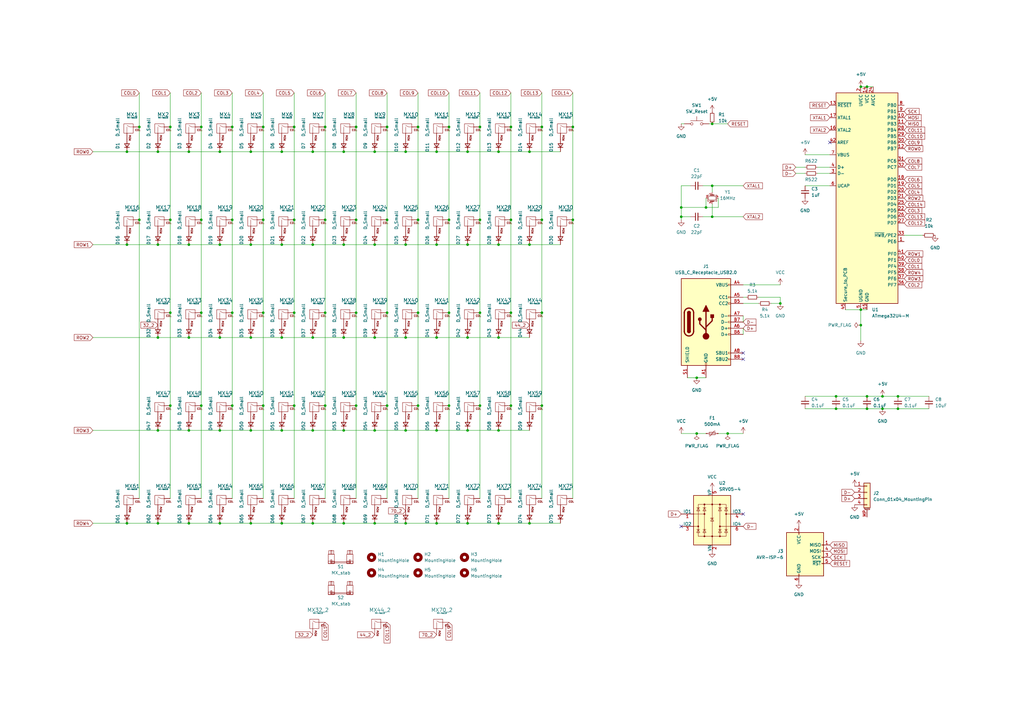
<source format=kicad_sch>
(kicad_sch (version 20250114) (generator "eeschema") (generator_version "9.0")
  (paper "A3")
  (junction (at 353.06 127))
  (junction (at 82.55 52.07))
  (junction (at 353.06 35.56))
  (junction (at 102.87 62.23))
  (junction (at 95.25 52.07))
  (junction (at 222.25 90.17))
  (junction (at 166.37 138.43))
  (junction (at 171.45 166.37))
  (junction (at 82.55 90.17))
  (junction (at 279.4 88.9))
  (junction (at 69.85 90.17))
  (junction (at 217.17 100.33))
  (junction (at 166.37 176.53))
  (junction (at 120.65 90.17))
  (junction (at 120.65 128.27))
  (junction (at 140.97 100.33))
  (junction (at 69.85 128.27))
  (junction (at 153.67 138.43))
  (junction (at 171.45 128.27))
  (junction (at 102.87 214.63))
  (junction (at 204.47 138.43))
  (junction (at 355.6 35.56))
  (junction (at 191.77 176.53))
  (junction (at 353.06 133.35))
  (junction (at 292.1 88.9))
  (junction (at 52.07 100.33))
  (junction (at 64.77 176.53))
  (junction (at 368.3 167.64))
  (junction (at 115.57 62.23))
  (junction (at 77.47 62.23))
  (junction (at 77.47 176.53))
  (junction (at 128.27 100.33))
  (junction (at 234.95 90.17))
  (junction (at 204.47 100.33))
  (junction (at 140.97 214.63))
  (junction (at 115.57 138.43))
  (junction (at 153.67 214.63))
  (junction (at 320.04 124.46))
  (junction (at 355.6 162.56))
  (junction (at 204.47 176.53))
  (junction (at 95.25 166.37))
  (junction (at 57.15 52.07))
  (junction (at 107.95 128.27))
  (junction (at 222.25 166.37))
  (junction (at 133.35 52.07))
  (junction (at 204.47 62.23))
  (junction (at 153.67 176.53))
  (junction (at 153.67 62.23))
  (junction (at 184.15 90.17))
  (junction (at 158.75 52.07))
  (junction (at 77.47 100.33))
  (junction (at 166.37 100.33))
  (junction (at 179.07 214.63))
  (junction (at 153.67 100.33))
  (junction (at 184.15 128.27))
  (junction (at 209.55 128.27))
  (junction (at 361.95 167.64))
  (junction (at 217.17 214.63))
  (junction (at 191.77 138.43))
  (junction (at 146.05 52.07))
  (junction (at 209.55 52.07))
  (junction (at 90.17 100.33))
  (junction (at 90.17 62.23))
  (junction (at 77.47 138.43))
  (junction (at 158.75 166.37))
  (junction (at 171.45 52.07))
  (junction (at 217.17 62.23))
  (junction (at 95.25 128.27))
  (junction (at 158.75 90.17))
  (junction (at 361.95 162.56))
  (junction (at 166.37 62.23))
  (junction (at 179.07 176.53))
  (junction (at 52.07 214.63))
  (junction (at 140.97 62.23))
  (junction (at 128.27 214.63))
  (junction (at 82.55 166.37))
  (junction (at 196.85 128.27))
  (junction (at 146.05 166.37))
  (junction (at 179.07 100.33))
  (junction (at 209.55 166.37))
  (junction (at 64.77 62.23))
  (junction (at 140.97 138.43))
  (junction (at 90.17 138.43))
  (junction (at 140.97 176.53))
  (junction (at 342.9 162.56))
  (junction (at 191.77 100.33))
  (junction (at 90.17 176.53))
  (junction (at 115.57 100.33))
  (junction (at 279.4 85.09))
  (junction (at 196.85 166.37))
  (junction (at 158.75 128.27))
  (junction (at 204.47 214.63))
  (junction (at 102.87 100.33))
  (junction (at 133.35 90.17))
  (junction (at 52.07 62.23))
  (junction (at 128.27 138.43))
  (junction (at 115.57 214.63))
  (junction (at 191.77 62.23))
  (junction (at 166.37 214.63))
  (junction (at 234.95 52.07))
  (junction (at 146.05 128.27))
  (junction (at 222.25 52.07))
  (junction (at 289.56 85.09))
  (junction (at 120.65 166.37))
  (junction (at 115.57 176.53))
  (junction (at 146.05 90.17))
  (junction (at 292.1 76.2))
  (junction (at 355.6 167.64))
  (junction (at 184.15 52.07))
  (junction (at 102.87 176.53))
  (junction (at 196.85 52.07))
  (junction (at 342.9 167.64))
  (junction (at 57.15 90.17))
  (junction (at 90.17 214.63))
  (junction (at 64.77 100.33))
  (junction (at 179.07 62.23))
  (junction (at 184.15 166.37))
  (junction (at 171.45 90.17))
  (junction (at 107.95 52.07))
  (junction (at 102.87 138.43))
  (junction (at 285.75 154.94))
  (junction (at 209.55 90.17))
  (junction (at 120.65 52.07))
  (junction (at 69.85 52.07))
  (junction (at 196.85 90.17))
  (junction (at 285.75 177.8))
  (junction (at 179.07 138.43))
  (junction (at 82.55 128.27))
  (junction (at 368.3 162.56))
  (junction (at 298.45 177.8))
  (junction (at 191.77 214.63))
  (junction (at 64.77 138.43))
  (junction (at 107.95 166.37))
  (junction (at 128.27 176.53))
  (junction (at 95.25 90.17))
  (junction (at 292.1 50.8))
  (junction (at 222.25 128.27))
  (junction (at 128.27 62.23))
  (junction (at 107.95 90.17))
  (junction (at 133.35 128.27))
  (junction (at 77.47 214.63))
  (junction (at 64.77 214.63))
  (junction (at 133.35 166.37))
  (junction (at 69.85 166.37))
  (no_connect (at 279.4 215.9))
  (no_connect (at 340.36 58.42))
  (no_connect (at 304.8 147.32))
  (no_connect (at 304.8 210.82))
  (no_connect (at 304.8 144.78))
  (wire (pts (xy 90.17 62.23) (xy 77.47 62.23)))
  (wire (pts (xy 120.65 90.17) (xy 120.65 128.27)))
  (wire (pts (xy 133.35 90.17) (xy 133.35 128.27)))
  (wire (pts (xy 146.05 90.17) (xy 146.05 128.27)))
  (wire (pts (xy 158.75 38.1) (xy 158.75 52.07)))
  (wire (pts (xy 196.85 128.27) (xy 196.85 166.37)))
  (wire (pts (xy 95.25 38.1) (xy 95.25 52.07)))
  (wire (pts (xy 133.35 128.27) (xy 133.35 166.37)))
  (wire (pts (xy 196.85 90.17) (xy 196.85 128.27)))
  (wire (pts (xy 294.64 177.8) (xy 298.45 177.8)))
  (wire (pts (xy 196.85 38.1) (xy 196.85 52.07)))
  (wire (pts (xy 281.94 154.94) (xy 285.75 154.94)))
  (wire (pts (xy 292.1 88.9) (xy 292.1 83.82)))
  (wire (pts (xy 128.27 138.43) (xy 140.97 138.43)))
  (wire (pts (xy 342.9 162.56) (xy 355.6 162.56)))
  (wire (pts (xy 330.2 63.5) (xy 340.36 63.5)))
  (wire (pts (xy 209.55 52.07) (xy 209.55 90.17)))
  (wire (pts (xy 184.15 128.27) (xy 184.15 166.37)))
  (wire (pts (xy 102.87 138.43) (xy 115.57 138.43)))
  (wire (pts (xy 115.57 214.63) (xy 128.27 214.63)))
  (wire (pts (xy 289.56 81.28) (xy 289.56 85.09)))
  (wire (pts (xy 102.87 176.53) (xy 115.57 176.53)))
  (wire (pts (xy 107.95 128.27) (xy 107.95 166.37)))
  (wire (pts (xy 285.75 154.94) (xy 289.56 154.94)))
  (wire (pts (xy 335.28 71.12) (xy 340.36 71.12)))
  (wire (pts (xy 146.05 38.1) (xy 146.05 52.07)))
  (wire (pts (xy 64.77 214.63) (xy 77.47 214.63)))
  (wire (pts (xy 115.57 176.53) (xy 128.27 176.53)))
  (wire (pts (xy 77.47 100.33) (xy 90.17 100.33)))
  (wire (pts (xy 330.2 76.2) (xy 340.36 76.2)))
  (wire (pts (xy 288.29 76.2) (xy 292.1 76.2)))
  (wire (pts (xy 368.3 162.56) (xy 381 162.56)))
  (wire (pts (xy 82.55 128.27) (xy 82.55 166.37)))
  (wire (pts (xy 191.77 214.63) (xy 204.47 214.63)))
  (wire (pts (xy 191.77 100.33) (xy 204.47 100.33)))
  (wire (pts (xy 158.75 52.07) (xy 158.75 90.17)))
  (wire (pts (xy 120.65 38.1) (xy 120.65 52.07)))
  (wire (pts (xy 204.47 214.63) (xy 217.17 214.63)))
  (wire (pts (xy 209.55 38.1) (xy 209.55 52.07)))
  (wire (pts (xy 279.4 85.09) (xy 279.4 88.9)))
  (wire (pts (xy 166.37 138.43) (xy 179.07 138.43)))
  (wire (pts (xy 204.47 100.33) (xy 217.17 100.33)))
  (wire (pts (xy 57.15 38.1) (xy 57.15 52.07)))
  (wire (pts (xy 120.65 52.07) (xy 120.65 90.17)))
  (wire (pts (xy 107.95 52.07) (xy 107.95 90.17)))
  (wire (pts (xy 355.6 35.56) (xy 358.14 35.56)))
  (wire (pts (xy 361.95 167.64) (xy 368.3 167.64)))
  (wire (pts (xy 120.65 166.37) (xy 120.65 204.47)))
  (wire (pts (xy 140.97 62.23) (xy 128.27 62.23)))
  (wire (pts (xy 342.9 167.64) (xy 355.6 167.64)))
  (wire (pts (xy 378.46 96.52) (xy 370.84 96.52)))
  (wire (pts (xy 292.1 76.2) (xy 304.8 76.2)))
  (wire (pts (xy 234.95 90.17) (xy 234.95 204.47)))
  (wire (pts (xy 52.07 100.33) (xy 64.77 100.33)))
  (wire (pts (xy 82.55 38.1) (xy 82.55 52.07)))
  (wire (pts (xy 298.45 50.8) (xy 292.1 50.8)))
  (wire (pts (xy 171.45 166.37) (xy 171.45 204.47)))
  (wire (pts (xy 102.87 62.23) (xy 90.17 62.23)))
  (wire (pts (xy 316.23 124.46) (xy 320.04 124.46)))
  (wire (pts (xy 52.07 214.63) (xy 64.77 214.63)))
  (wire (pts (xy 133.35 52.07) (xy 133.35 90.17)))
  (wire (pts (xy 234.95 38.1) (xy 234.95 52.07)))
  (wire (pts (xy 306.07 121.92) (xy 304.8 121.92)))
  (wire (pts (xy 69.85 128.27) (xy 69.85 166.37)))
  (wire (pts (xy 330.2 167.64) (xy 342.9 167.64)))
  (wire (pts (xy 64.77 176.53) (xy 77.47 176.53)))
  (wire (pts (xy 191.77 176.53) (xy 204.47 176.53)))
  (wire (pts (xy 184.15 38.1) (xy 184.15 52.07)))
  (wire (pts (xy 77.47 62.23) (xy 64.77 62.23)))
  (wire (pts (xy 290.83 50.8) (xy 292.1 50.8)))
  (wire (pts (xy 102.87 100.33) (xy 115.57 100.33)))
  (wire (pts (xy 191.77 62.23) (xy 179.07 62.23)))
  (wire (pts (xy 128.27 62.23) (xy 115.57 62.23)))
  (wire (pts (xy 82.55 166.37) (xy 82.55 204.47)))
  (wire (pts (xy 184.15 166.37) (xy 184.15 204.47)))
  (wire (pts (xy 353.06 127) (xy 355.6 127)))
  (wire (pts (xy 279.4 85.09) (xy 289.56 85.09)))
  (wire (pts (xy 234.95 52.07) (xy 234.95 90.17)))
  (wire (pts (xy 90.17 214.63) (xy 102.87 214.63)))
  (wire (pts (xy 304.8 134.62) (xy 304.8 137.16)))
  (wire (pts (xy 38.1 214.63) (xy 52.07 214.63)))
  (wire (pts (xy 179.07 62.23) (xy 166.37 62.23)))
  (wire (pts (xy 57.15 90.17) (xy 57.15 204.47)))
  (wire (pts (xy 133.35 38.1) (xy 133.35 52.07)))
  (wire (pts (xy 107.95 90.17) (xy 107.95 128.27)))
  (wire (pts (xy 171.45 90.17) (xy 171.45 128.27)))
  (wire (pts (xy 222.25 90.17) (xy 222.25 128.27)))
  (wire (pts (xy 102.87 214.63) (xy 115.57 214.63)))
  (wire (pts (xy 217.17 62.23) (xy 204.47 62.23)))
  (wire (pts (xy 95.25 90.17) (xy 95.25 128.27)))
  (wire (pts (xy 292.1 76.2) (xy 292.1 78.74)))
  (wire (pts (xy 355.6 162.56) (xy 361.95 162.56)))
  (wire (pts (xy 355.6 167.64) (xy 361.95 167.64)))
  (wire (pts (xy 166.37 214.63) (xy 179.07 214.63)))
  (wire (pts (xy 179.07 138.43) (xy 191.77 138.43)))
  (wire (pts (xy 146.05 52.07) (xy 146.05 90.17)))
  (wire (pts (xy 82.55 90.17) (xy 82.55 128.27)))
  (wire (pts (xy 320.04 121.92) (xy 320.04 124.46)))
  (wire (pts (xy 146.05 128.27) (xy 146.05 166.37)))
  (wire (pts (xy 292.1 88.9) (xy 304.8 88.9)))
  (wire (pts (xy 133.35 166.37) (xy 133.35 204.47)))
  (wire (pts (xy 153.67 100.33) (xy 166.37 100.33)))
  (wire (pts (xy 95.25 52.07) (xy 95.25 90.17)))
  (wire (pts (xy 179.07 100.33) (xy 191.77 100.33)))
  (wire (pts (xy 128.27 214.63) (xy 140.97 214.63)))
  (wire (pts (xy 368.3 167.64) (xy 381 167.64)))
  (wire (pts (xy 38.1 138.43) (xy 64.77 138.43)))
  (wire (pts (xy 346.71 127) (xy 353.06 127)))
  (wire (pts (xy 140.97 138.43) (xy 153.67 138.43)))
  (wire (pts (xy 166.37 176.53) (xy 179.07 176.53)))
  (wire (pts (xy 326.39 71.12) (xy 330.2 71.12)))
  (wire (pts (xy 222.25 166.37) (xy 222.25 204.47)))
  (wire (pts (xy 115.57 62.23) (xy 102.87 62.23)))
  (wire (pts (xy 69.85 166.37) (xy 69.85 204.47)))
  (wire (pts (xy 361.95 162.56) (xy 368.3 162.56)))
  (wire (pts (xy 171.45 38.1) (xy 171.45 52.07)))
  (wire (pts (xy 171.45 128.27) (xy 171.45 166.37)))
  (wire (pts (xy 158.75 166.37) (xy 158.75 204.47)))
  (wire (pts (xy 52.07 62.23) (xy 38.1 62.23)))
  (wire (pts (xy 69.85 52.07) (xy 69.85 90.17)))
  (wire (pts (xy 229.87 62.23) (xy 217.17 62.23)))
  (wire (pts (xy 330.2 162.56) (xy 342.9 162.56)))
  (wire (pts (xy 204.47 138.43) (xy 217.17 138.43)))
  (wire (pts (xy 184.15 52.07) (xy 184.15 90.17)))
  (wire (pts (xy 171.45 52.07) (xy 171.45 90.17)))
  (wire (pts (xy 179.07 176.53) (xy 191.77 176.53)))
  (wire (pts (xy 204.47 176.53) (xy 217.17 176.53)))
  (wire (pts (xy 153.67 176.53) (xy 166.37 176.53)))
  (wire (pts (xy 279.4 90.17) (xy 279.4 88.9)))
  (wire (pts (xy 353.06 139.7) (xy 353.06 133.35)))
  (wire (pts (xy 353.06 35.56) (xy 355.6 35.56)))
  (wire (pts (xy 95.25 128.27) (xy 95.25 166.37)))
  (wire (pts (xy 191.77 138.43) (xy 204.47 138.43)))
  (wire (pts (xy 285.75 177.8) (xy 289.56 177.8)))
  (wire (pts (xy 158.75 90.17) (xy 158.75 128.27)))
  (wire (pts (xy 279.4 177.8) (xy 285.75 177.8)))
  (wire (pts (xy 77.47 138.43) (xy 90.17 138.43)))
  (wire (pts (xy 217.17 214.63) (xy 229.87 214.63)))
  (wire (pts (xy 222.25 38.1) (xy 222.25 52.07)))
  (wire (pts (xy 209.55 128.27) (xy 209.55 166.37)))
  (wire (pts (xy 115.57 138.43) (xy 128.27 138.43)))
  (wire (pts (xy 304.8 129.54) (xy 304.8 132.08)))
  (wire (pts (xy 69.85 38.1) (xy 69.85 52.07)))
  (wire (pts (xy 222.25 52.07) (xy 222.25 90.17)))
  (wire (pts (xy 146.05 166.37) (xy 146.05 204.47)))
  (wire (pts (xy 292.1 88.9) (xy 288.29 88.9)))
  (wire (pts (xy 90.17 176.53) (xy 102.87 176.53)))
  (wire (pts (xy 38.1 100.33) (xy 52.07 100.33)))
  (wire (pts (xy 279.4 76.2) (xy 283.21 76.2)))
  (wire (pts (xy 64.77 138.43) (xy 77.47 138.43)))
  (wire (pts (xy 209.55 166.37) (xy 209.55 204.47)))
  (wire (pts (xy 294.64 81.28) (xy 294.64 85.09)))
  (wire (pts (xy 353.06 133.35) (xy 353.06 127)))
  (wire (pts (xy 158.75 128.27) (xy 158.75 166.37)))
  (wire (pts (xy 120.65 128.27) (xy 120.65 166.37)))
  (wire (pts (xy 283.21 88.9) (xy 279.4 88.9)))
  (wire (pts (xy 140.97 214.63) (xy 153.67 214.63)))
  (wire (pts (xy 82.55 52.07) (xy 82.55 90.17)))
  (wire (pts (xy 69.85 90.17) (xy 69.85 128.27)))
  (wire (pts (xy 153.67 62.23) (xy 140.97 62.23)))
  (wire (pts (xy 335.28 68.58) (xy 340.36 68.58)))
  (wire (pts (xy 204.47 62.23) (xy 191.77 62.23)))
  (wire (pts (xy 153.67 138.43) (xy 166.37 138.43)))
  (wire (pts (xy 298.45 177.8) (xy 304.8 177.8)))
  (wire (pts (xy 77.47 176.53) (xy 90.17 176.53)))
  (wire (pts (xy 64.77 100.33) (xy 77.47 100.33)))
  (wire (pts (xy 289.56 85.09) (xy 294.64 85.09)))
  (wire (pts (xy 128.27 176.53) (xy 140.97 176.53)))
  (wire (pts (xy 38.1 176.53) (xy 64.77 176.53)))
  (wire (pts (xy 196.85 52.07) (xy 196.85 90.17)))
  (wire (pts (xy 304.8 116.84) (xy 320.04 116.84)))
  (wire (pts (xy 311.15 121.92) (xy 320.04 121.92)))
  (wire (pts (xy 90.17 138.43) (xy 102.87 138.43)))
  (wire (pts (xy 107.95 166.37) (xy 107.95 204.47)))
  (wire (pts (xy 140.97 176.53) (xy 153.67 176.53)))
  (wire (pts (xy 184.15 90.17) (xy 184.15 128.27)))
  (wire (pts (xy 128.27 100.33) (xy 140.97 100.33)))
  (wire (pts (xy 57.15 52.07) (xy 57.15 90.17)))
  (wire (pts (xy 326.39 68.58) (xy 330.2 68.58)))
  (wire (pts (xy 153.67 214.63) (xy 166.37 214.63)))
  (wire (pts (xy 179.07 214.63) (xy 191.77 214.63)))
  (wire (pts (xy 166.37 100.33) (xy 179.07 100.33)))
  (wire (pts (xy 140.97 100.33) (xy 153.67 100.33)))
  (wire (pts (xy 209.55 90.17) (xy 209.55 128.27)))
  (wire (pts (xy 115.57 100.33) (xy 128.27 100.33)))
  (wire (pts (xy 280.67 50.8) (xy 279.4 50.8)))
  (wire (pts (xy 95.25 166.37) (xy 95.25 204.47)))
  (wire (pts (xy 279.4 76.2) (xy 279.4 85.09)))
  (wire (pts (xy 166.37 62.23) (xy 153.67 62.23)))
  (wire (pts (xy 217.17 100.33) (xy 229.87 100.33)))
  (wire (pts (xy 311.15 124.46) (xy 304.8 124.46)))
  (wire (pts (xy 107.95 38.1) (xy 107.95 52.07)))
  (wire (pts (xy 90.17 100.33) (xy 102.87 100.33)))
  (wire (pts (xy 64.77 62.23) (xy 52.07 62.23)))
  (wire (pts (xy 222.25 128.27) (xy 222.25 166.37)))
  (wire (pts (xy 196.85 166.37) (xy 196.85 204.47)))
  (wire (pts (xy 77.47 214.63) (xy 90.17 214.63)))
  (global_label "D-" (shape input) (at 350.52 201.93 180) (property "Intersheetrefs" "${INTERSHEET_REFS}" (effects (hide yes))))
  (global_label "COL13" (shape input) (at 222.25 38.1 180) (property "Intersheetrefs" "${INTERSHEET_REFS}" (effects (hide yes))))
  (global_label "SCK" (shape input) (at 340.36 228.6 0) (property "Intersheetrefs" "${INTERSHEET_REFS}" (effects (hide yes))))
  (global_label "COL14" (shape input) (at 234.95 38.1 180) (property "Intersheetrefs" "${INTERSHEET_REFS}" (effects (hide yes))))
  (global_label "COL8" (shape input) (at 158.75 38.1 180) (property "Intersheetrefs" "${INTERSHEET_REFS}" (effects (hide yes))))
  (global_label "COL14" (shape input) (at 370.84 83.82 0) (property "Intersheetrefs" "${INTERSHEET_REFS}" (effects (hide yes))))
  (global_label "RESET" (shape input) (at 340.36 231.14 0) (property "Intersheetrefs" "${INTERSHEET_REFS}" (effects (hide yes))))
  (global_label "COL0" (shape input) (at 370.84 106.68 0) (property "Intersheetrefs" "${INTERSHEET_REFS}" (effects (hide yes))))
  (global_label "ROW3" (shape input) (at 370.84 114.3 0) (property "Intersheetrefs" "${INTERSHEET_REFS}" (effects (hide yes))))
  (global_label "D-" (shape input) (at 326.39 71.12 180) (property "Intersheetrefs" "${INTERSHEET_REFS}" (effects (hide yes))))
  (global_label "ROW3" (shape input) (at 38.1 176.53 180) (property "Intersheetrefs" "${INTERSHEET_REFS}" (effects (hide yes))))
  (global_label "COL1" (shape input) (at 69.85 38.1 180) (property "Intersheetrefs" "${INTERSHEET_REFS}" (effects (hide yes))))
  (global_label "COL1" (shape input) (at 133.35 255.27 270) (property "Intersheetrefs" "${INTERSHEET_REFS}" (effects (hide yes))))
  (global_label "COL4" (shape input) (at 107.95 38.1 180) (property "Intersheetrefs" "${INTERSHEET_REFS}" (effects (hide yes))))
  (global_label "COL0" (shape input) (at 57.15 38.1 180) (property "Intersheetrefs" "${INTERSHEET_REFS}" (effects (hide yes))))
  (global_label "COL11" (shape input) (at 196.85 38.1 180) (property "Intersheetrefs" "${INTERSHEET_REFS}" (effects (hide yes))))
  (global_label "44_2" (shape input) (at 217.17 133.35 180) (property "Intersheetrefs" "${INTERSHEET_REFS}" (effects (hide yes))))
  (global_label "ROW0" (shape input) (at 38.1 62.23 180) (property "Intersheetrefs" "${INTERSHEET_REFS}" (effects (hide yes))))
  (global_label "COL3" (shape input) (at 370.84 86.36 0) (property "Intersheetrefs" "${INTERSHEET_REFS}" (effects (hide yes))))
  (global_label "32_2" (shape input) (at 128.27 260.35 180) (property "Intersheetrefs" "${INTERSHEET_REFS}" (effects (hide yes))))
  (global_label "COL5" (shape input) (at 120.65 38.1 180) (property "Intersheetrefs" "${INTERSHEET_REFS}" (effects (hide yes))))
  (global_label "RESET" (shape input) (at 340.36 43.18 180) (property "Intersheetrefs" "${INTERSHEET_REFS}" (effects (hide yes))))
  (global_label "RESET" (shape input) (at 298.45 50.8 0) (property "Intersheetrefs" "${INTERSHEET_REFS}" (effects (hide yes))))
  (global_label "70_2" (shape input) (at 179.07 260.35 180) (property "Intersheetrefs" "${INTERSHEET_REFS}" (effects (hide yes))))
  (global_label "COL11" (shape input) (at 370.84 53.34 0) (property "Intersheetrefs" "${INTERSHEET_REFS}" (effects (hide yes))))
  (global_label "XTAL2" (shape input) (at 340.36 53.34 180) (property "Intersheetrefs" "${INTERSHEET_REFS}" (effects (hide yes))))
  (global_label "70_2" (shape input) (at 166.37 209.55 180) (property "Intersheetrefs" "${INTERSHEET_REFS}" (effects (hide yes))))
  (global_label "COL6" (shape input) (at 370.84 73.66 0) (property "Intersheetrefs" "${INTERSHEET_REFS}" (effects (hide yes))))
  (global_label "D-" (shape input) (at 304.8 132.08 0) (property "Intersheetrefs" "${INTERSHEET_REFS}" (effects (hide yes))))
  (global_label "COL12" (shape input) (at 370.84 91.44 0) (property "Intersheetrefs" "${INTERSHEET_REFS}" (effects (hide yes))))
  (global_label "COL8" (shape input) (at 370.84 66.04 0) (property "Intersheetrefs" "${INTERSHEET_REFS}" (effects (hide yes))))
  (global_label "D+" (shape input) (at 279.4 210.82 180) (property "Intersheetrefs" "${INTERSHEET_REFS}" (effects (hide yes))))
  (global_label "XTAL2" (shape input) (at 304.8 88.9 0) (property "Intersheetrefs" "${INTERSHEET_REFS}" (effects (hide yes))))
  (global_label "44_2" (shape input) (at 153.67 260.35 180) (property "Intersheetrefs" "${INTERSHEET_REFS}" (effects (hide yes))))
  (global_label "D+" (shape input) (at 326.39 68.58 180) (property "Intersheetrefs" "${INTERSHEET_REFS}" (effects (hide yes))))
  (global_label "ROW1" (shape input) (at 38.1 100.33 180) (property "Intersheetrefs" "${INTERSHEET_REFS}" (effects (hide yes))))
  (global_label "XTAL1" (shape input) (at 340.36 48.26 180) (property "Intersheetrefs" "${INTERSHEET_REFS}" (effects (hide yes))))
  (global_label "32_2" (shape input) (at 64.77 133.35 180) (property "Intersheetrefs" "${INTERSHEET_REFS}" (effects (hide yes))))
  (global_label "SCK" (shape input) (at 370.84 45.72 0) (property "Intersheetrefs" "${INTERSHEET_REFS}" (effects (hide yes))))
  (global_label "COL12" (shape input) (at 209.55 38.1 180) (property "Intersheetrefs" "${INTERSHEET_REFS}" (effects (hide yes))))
  (global_label "MOSI" (shape input) (at 340.36 226.06 0) (property "Intersheetrefs" "${INTERSHEET_REFS}" (effects (hide yes))))
  (global_label "ROW2" (shape input) (at 370.84 81.28 0) (property "Intersheetrefs" "${INTERSHEET_REFS}" (effects (hide yes))))
  (global_label "D+" (shape input) (at 304.8 134.62 0) (property "Intersheetrefs" "${INTERSHEET_REFS}" (effects (hide yes))))
  (global_label "COL13" (shape input) (at 370.84 88.9 0) (property "Intersheetrefs" "${INTERSHEET_REFS}" (effects (hide yes))))
  (global_label "ROW4" (shape input) (at 370.84 111.76 0) (property "Intersheetrefs" "${INTERSHEET_REFS}" (effects (hide yes))))
  (global_label "COL13" (shape input) (at 158.75 255.27 270) (property "Intersheetrefs" "${INTERSHEET_REFS}" (effects (hide yes))))
  (global_label "ROW0" (shape input) (at 370.84 60.96 0) (property "Intersheetrefs" "${INTERSHEET_REFS}" (effects (hide yes))))
  (global_label "COL2" (shape input) (at 82.55 38.1 180) (property "Intersheetrefs" "${INTERSHEET_REFS}" (effects (hide yes))))
  (global_label "COL5" (shape input) (at 370.84 76.2 0) (property "Intersheetrefs" "${INTERSHEET_REFS}" (effects (hide yes))))
  (global_label "COL9" (shape input) (at 370.84 58.42 0) (property "Intersheetrefs" "${INTERSHEET_REFS}" (effects (hide yes))))
  (global_label "MISO" (shape input) (at 370.84 50.8 0) (property "Intersheetrefs" "${INTERSHEET_REFS}" (effects (hide yes))))
  (global_label "D+" (shape input) (at 350.52 204.47 180) (property "Intersheetrefs" "${INTERSHEET_REFS}" (effects (hide yes))))
  (global_label "COL10" (shape input) (at 370.84 55.88 0) (property "Intersheetrefs" "${INTERSHEET_REFS}" (effects (hide yes))))
  (global_label "COL4" (shape input) (at 370.84 78.74 0) (property "Intersheetrefs" "${INTERSHEET_REFS}" (effects (hide yes))))
  (global_label "COL7" (shape input) (at 146.05 38.1 180) (property "Intersheetrefs" "${INTERSHEET_REFS}" (effects (hide yes))))
  (global_label "ROW1" (shape input) (at 370.84 104.14 0) (property "Intersheetrefs" "${INTERSHEET_REFS}" (effects (hide yes))))
  (global_label "COL10" (shape input) (at 184.15 38.1 180) (property "Intersheetrefs" "${INTERSHEET_REFS}" (effects (hide yes))))
  (global_label "ROW4" (shape input) (at 38.1 214.63 180) (property "Intersheetrefs" "${INTERSHEET_REFS}" (effects (hide yes))))
  (global_label "COL2" (shape input) (at 370.84 116.84 0) (property "Intersheetrefs" "${INTERSHEET_REFS}" (effects (hide yes))))
  (global_label "COL9" (shape input) (at 184.15 255.27 270) (property "Intersheetrefs" "${INTERSHEET_REFS}" (effects (hide yes))))
  (global_label "XTAL1" (shape input) (at 304.8 76.2 0) (property "Intersheetrefs" "${INTERSHEET_REFS}" (effects (hide yes))))
  (global_label "COL3" (shape input) (at 95.25 38.1 180) (property "Intersheetrefs" "${INTERSHEET_REFS}" (effects (hide yes))))
  (global_label "MISO" (shape input) (at 340.36 223.52 0) (property "Intersheetrefs" "${INTERSHEET_REFS}" (effects (hide yes))))
  (global_label "ROW2" (shape input) (at 38.1 138.43 180) (property "Intersheetrefs" "${INTERSHEET_REFS}" (effects (hide yes))))
  (global_label "COL6" (shape input) (at 133.35 38.1 180) (property "Intersheetrefs" "${INTERSHEET_REFS}" (effects (hide yes))))
  (global_label "COL7" (shape input) (at 370.84 68.58 0) (property "Intersheetrefs" "${INTERSHEET_REFS}" (effects (hide yes))))
  (global_label "COL1" (shape input) (at 370.84 109.22 0) (property "Intersheetrefs" "${INTERSHEET_REFS}" (effects (hide yes))))
  (global_label "COL9" (shape input) (at 171.45 38.1 180) (property "Intersheetrefs" "${INTERSHEET_REFS}" (effects (hide yes))))
  (global_label "D-" (shape input) (at 304.8 215.9 0) (property "Intersheetrefs" "${INTERSHEET_REFS}" (effects (hide yes))))
  (global_label "MOSI" (shape input) (at 370.84 48.26 0) (property "Intersheetrefs" "${INTERSHEET_REFS}" (effects (hide yes))))
  (symbol (lib_id "Device:D_Small") (at 77.47 97.79 90) (unit 1)
    (property "Reference" "D18" (at 73.66 96.52 0) (effects (justify right)))
    (property "Value" "D_Small" (at 73.66 86.36 0) (effects (justify right)))
    (property "Footprint" "Diode_SMD:D_SOD-123" (effects (hide yes)))
  )
  (symbol (lib_id "Device:D_Small") (at 179.07 59.69 90) (unit 1)
    (property "Reference" "D11" (at 175.26 58.42 0) (effects (justify right)))
    (property "Value" "D_Small" (at 175.26 48.26 0) (effects (justify right)))
    (property "Footprint" "Diode_SMD:D_SOD-123" (effects (hide yes)))
  )
  (symbol (lib_id "Connector_Generic_MountingPin:Conn_01x04_MountingPin") (at 355.6 201.93 0) (unit 1)
    (property "Reference" "J2" (at 358.14 202.2855 0) (effects (justify left)))
    (property "Value" "Conn_01x04_MountingPin" (at 358.14 204.8255 0) (effects (justify left)))
    (property "Footprint" "Connector_JST:JST_ACH_BM04B-ACHSS-A-GAN-ETF_1x04-1MP_P1.20mm_Vertical" (effects (hide yes)))
  )
  (symbol (lib_id "MX_Alps_Hybrid:MX-NoLED") (at 167.64 91.44 0) (unit 1)
    (property "Reference" "MX25" (at 168.5256 85.09 0) (effects (font (size 1.524 1.524))))
    (property "Value" "MX-NoLED" (at 168.5256 86.36 0) (effects (font (size 0.508 0.508))))
    (property "Footprint" "marbastlib-mx:SW_MX_HS_1u" (effects (hide yes)))
  )
  (symbol (lib_id "Device:D_Small") (at 128.27 97.79 90) (unit 1)
    (property "Reference" "D22" (at 124.46 96.52 0) (effects (justify right)))
    (property "Value" "D_Small" (at 124.46 86.36 0) (effects (justify right)))
    (property "Footprint" "Diode_SMD:D_SOD-123" (effects (hide yes)))
  )
  (symbol (lib_id "Device:D_Small") (at 102.87 135.89 90) (unit 1)
    (property "Reference" "D35" (at 99.06 134.62 0) (effects (justify right)))
    (property "Value" "D_Small" (at 99.06 124.46 0) (effects (justify right)))
    (property "Footprint" "Diode_SMD:D_SOD-123" (effects (hide yes)))
  )
  (symbol (lib_id "power:GND") (at 383.54 96.52 0) (unit 1)
    (property "Reference" "#PWR07" (effects (hide yes)))
    (property "Value" "GND" (at 383.54 101.6 0))
  )
  (symbol (lib_id "Device:D_Small") (at 166.37 135.89 90) (unit 1)
    (property "Reference" "D40" (at 162.56 134.62 0) (effects (justify right)))
    (property "Value" "D_Small" (at 162.56 124.46 0) (effects (justify right)))
    (property "Footprint" "Diode_SMD:D_SOD-123" (effects (hide yes)))
  )
  (symbol (lib_id "Device:D_Small") (at 179.07 97.79 90) (unit 1)
    (property "Reference" "D26" (at 175.26 96.52 0) (effects (justify right)))
    (property "Value" "D_Small" (at 175.26 86.36 0) (effects (justify right)))
    (property "Footprint" "Diode_SMD:D_SOD-123" (effects (hide yes)))
  )
  (symbol (lib_id "Device:C_Small") (at 285.75 76.2 90) (unit 1)
    (property "Reference" "C1" (at 285.7563 69.85 90))
    (property "Value" "22pF" (at 285.7563 72.39 90))
    (property "Footprint" "Capacitor_SMD:C_0603_1608Metric_Pad1.08x0.95mm_HandSolder" (effects (hide yes)))
  )
  (symbol (lib_id "Device:D_Small") (at 229.87 59.69 90) (unit 1)
    (property "Reference" "D15" (at 226.06 58.42 0) (effects (justify right)))
    (property "Value" "D_Small" (at 226.06 48.26 0) (effects (justify right)))
    (property "Footprint" "Diode_SMD:D_SOD-123" (effects (hide yes)))
  )
  (symbol (lib_id "MX_Alps_Hybrid:MX-NoLED") (at 193.04 53.34 0) (unit 1)
    (property "Reference" "MX12" (at 193.9256 46.99 0) (effects (font (size 1.524 1.524))))
    (property "Value" "MX-NoLED" (at 193.9256 48.26 0) (effects (font (size 0.508 0.508))))
    (property "Footprint" "marbastlib-mx:SW_MX_HS_1u" (effects (hide yes)))
  )
  (symbol (lib_id "MX_Alps_Hybrid:MX-NoLED") (at 66.04 53.34 0) (unit 1)
    (property "Reference" "MX2" (at 66.9256 46.99 0) (effects (font (size 1.524 1.524))))
    (property "Value" "MX-NoLED" (at 66.9256 48.26 0) (effects (font (size 0.508 0.508))))
    (property "Footprint" "marbastlib-mx:SW_MX_HS_1u" (effects (hide yes)))
  )
  (symbol (lib_id "power:GND") (at 279.4 90.17 0) (unit 1)
    (property "Reference" "#PWR06" (effects (hide yes)))
    (property "Value" "GND" (at 279.4 95.25 0))
  )
  (symbol (lib_id "MX_Alps_Hybrid:MX-NoLED") (at 129.54 167.64 0) (unit 1)
    (property "Reference" "MX52" (at 130.4256 161.29 0) (effects (font (size 1.524 1.524))))
    (property "Value" "MX-NoLED" (at 130.4256 162.56 0) (effects (font (size 0.508 0.508))))
    (property "Footprint" "marbastlib-mx:SW_MX_HS_1u" (effects (hide yes)))
  )
  (symbol (lib_id "Device:D_Small") (at 166.37 212.09 90) (unit 1)
    (property "Reference" "D70" (at 162.56 210.82 0) (effects (justify right)))
    (property "Value" "D_Small" (at 162.56 200.66 0) (effects (justify right)))
    (property "Footprint" "Diode_SMD:D_SOD-123" (effects (hide yes)))
  )
  (symbol (lib_id "Device:Polyfuse_Small") (at 292.1 177.8 90) (unit 1)
    (property "Reference" "F1" (at 292.1 171.45 90))
    (property "Value" "500mA" (at 292.1 173.99 90))
    (property "Footprint" "Fuse:Fuse_1206_3216Metric_Pad1.42x1.75mm_HandSolder" (effects (hide yes)))
  )
  (symbol (lib_id "MX_Alps_Hybrid:MX-NoLED") (at 91.44 91.44 0) (unit 1)
    (property "Reference" "MX19" (at 92.3256 85.09 0) (effects (font (size 1.524 1.524))))
    (property "Value" "MX-NoLED" (at 92.3256 86.36 0) (effects (font (size 0.508 0.508))))
    (property "Footprint" "marbastlib-mx:SW_MX_HS_1u" (effects (hide yes)))
  )
  (symbol (lib_id "MX_Alps_Hybrid:MX-NoLED") (at 154.94 167.64 0) (unit 1)
    (property "Reference" "MX54" (at 155.8256 161.29 0) (effects (font (size 1.524 1.524))))
    (property "Value" "MX-NoLED" (at 155.8256 162.56 0) (effects (font (size 0.508 0.508))))
    (property "Footprint" "marbastlib-mx:SW_MX_HS_1u" (effects (hide yes)))
  )
  (symbol (lib_id "Device:D_Small") (at 102.87 59.69 90) (unit 1)
    (property "Reference" "D5" (at 99.06 58.42 0) (effects (justify right)))
    (property "Value" "D_Small" (at 99.06 48.26 0) (effects (justify right)))
    (property "Footprint" "Diode_SMD:D_SOD-123" (effects (hide yes)))
  )
  (symbol (lib_id "power:+5V") (at 361.95 162.56 0) (unit 1)
    (property "Reference" "#PWR012" (effects (hide yes)))
    (property "Value" "+5V" (at 361.95 157.48 0))
  )
  (symbol (lib_id "Device:D_Small") (at 229.87 212.09 90) (unit 1)
    (property "Reference" "D75" (at 226.06 210.82 0) (effects (justify right)))
    (property "Value" "D_Small" (at 226.06 200.66 0) (effects (justify right)))
    (property "Footprint" "Diode_SMD:D_SOD-123" (effects (hide yes)))
  )
  (symbol (lib_id "Device:D_Small") (at 179.07 173.99 90) (unit 1)
    (property "Reference" "D56" (at 175.26 172.72 0) (effects (justify right)))
    (property "Value" "D_Small" (at 175.26 162.56 0) (effects (justify right)))
    (property "Footprint" "Diode_SMD:D_SOD-123" (effects (hide yes)))
  )
  (symbol (lib_id "Device:D_Small") (at 115.57 173.99 90) (unit 1)
    (property "Reference" "D51" (at 111.76 172.72 0) (effects (justify right)))
    (property "Value" "D_Small" (at 111.76 162.56 0) (effects (justify right)))
    (property "Footprint" "Diode_SMD:D_SOD-123" (effects (hide yes)))
  )
  (symbol (lib_id "Power_Protection:SRV05-4") (at 292.1 213.36 0) (unit 1)
    (property "Reference" "U2" (at 294.8687 198.12 0) (effects (justify left)))
    (property "Value" "SRV05-4" (at 294.8687 200.66 0) (effects (justify left)))
    (property "Footprint" "Package_TO_SOT_SMD:SOT-23-6" (effects (hide yes)))
    (property "Datasheet" "http://www.onsemi.com/pub/Collateral/SRV05-4-D.PDF" (effects (hide yes)))
  )
  (symbol (lib_id "MX_Alps_Hybrid:MX-NoLED") (at 78.74 129.54 0) (unit 1)
    (property "Reference" "MX33" (at 79.6256 123.19 0) (effects (font (size 1.524 1.524))))
    (property "Value" "MX-NoLED" (at 79.6256 124.46 0) (effects (font (size 0.508 0.508))))
    (property "Footprint" "marbastlib-mx:SW_MX_HS_1u" (effects (hide yes)))
  )
  (symbol (lib_id "MX_Alps_Hybrid:MX-NoLED") (at 116.84 53.34 0) (unit 1)
    (property "Reference" "MX6" (at 117.7256 46.99 0) (effects (font (size 1.524 1.524))))
    (property "Value" "MX-NoLED" (at 117.7256 48.26 0) (effects (font (size 0.508 0.508))))
    (property "Footprint" "marbastlib-mx:SW_MX_HS_1u" (effects (hide yes)))
  )
  (symbol (lib_id "MX_Alps_Hybrid:MX-NoLED") (at 154.94 53.34 0) (unit 1)
    (property "Reference" "MX9" (at 155.8256 46.99 0) (effects (font (size 1.524 1.524))))
    (property "Value" "MX-NoLED" (at 155.8256 48.26 0) (effects (font (size 0.508 0.508))))
    (property "Footprint" "marbastlib-mx:SW_MX_HS_1u" (effects (hide yes)))
  )
  (symbol (lib_id "MX_Alps_Hybrid:MX-NoLED") (at 167.64 205.74 0) (unit 1)
    (property "Reference" "MX70" (at 168.5256 199.39 0) (effects (font (size 1.524 1.524))))
    (property "Value" "MX-NoLED" (at 168.5256 200.66 0) (effects (font (size 0.508 0.508))))
    (property "Footprint" "marbastlib-mx:SW_MX_HS_1.25u" (effects (hide yes)))
  )
  (symbol (lib_id "Device:D_Small") (at 140.97 97.79 90) (unit 1)
    (property "Reference" "D23" (at 137.16 96.52 0) (effects (justify right)))
    (property "Value" "D_Small" (at 137.16 86.36 0) (effects (justify right)))
    (property "Footprint" "Diode_SMD:D_SOD-123" (effects (hide yes)))
  )
  (symbol (lib_id "Device:D_Small") (at 191.77 135.89 90) (unit 1)
    (property "Reference" "D42" (at 187.96 134.62 0) (effects (justify right)))
    (property "Value" "D_Small" (at 187.96 124.46 0) (effects (justify right)))
    (property "Footprint" "Diode_SMD:D_SOD-123" (effects (hide yes)))
  )
  (symbol (lib_id "MX_Alps_Hybrid:MX-NoLED") (at 91.44 205.74 0) (unit 1)
    (property "Reference" "MX64" (at 92.3256 199.39 0) (effects (font (size 1.524 1.524))))
    (property "Value" "MX-NoLED" (at 92.3256 200.66 0) (effects (font (size 0.508 0.508))))
    (property "Footprint" "marbastlib-mx:SW_MX_HS_1u" (effects (hide yes)))
  )
  (symbol (lib_id "Device:R_Small") (at 332.74 71.12 90) (unit 1)
    (property "Reference" "R5" (at 331.47 73.66 90))
    (property "Value" "22" (at 334.01 73.66 90))
    (property "Footprint" "Capacitor_SMD:C_0603_1608Metric_Pad1.08x0.95mm_HandSolder" (effects (hide yes)))
  )
  (symbol (lib_id "Device:D_Small") (at 64.77 173.99 90) (unit 1)
    (property "Reference" "D47" (at 60.96 172.72 0) (effects (justify right)))
    (property "Value" "D_Small" (at 60.96 162.56 0) (effects (justify right)))
    (property "Footprint" "Diode_SMD:D_SOD-123" (effects (hide yes)))
  )
  (symbol (lib_id "power:GND") (at 361.95 167.64 0) (unit 1)
    (property "Reference" "#PWR015" (effects (hide yes)))
    (property "Value" "GND" (at 361.95 172.72 0))
  )
  (symbol (lib_id "MX_Alps_Hybrid:MX-NoLED") (at 180.34 205.74 0) (unit 1)
    (property "Reference" "MX71" (at 181.2256 199.39 0) (effects (font (size 1.524 1.524))))
    (property "Value" "MX-NoLED" (at 181.2256 200.66 0) (effects (font (size 0.508 0.508))))
    (property "Footprint" "marbastlib-mx:SW_MX_HS_1.25u" (effects (hide yes)))
  )
  (symbol (lib_id "Device:D_Small") (at 153.67 173.99 90) (unit 1)
    (property "Reference" "D54" (at 149.86 172.72 0) (effects (justify right)))
    (property "Value" "D_Small" (at 149.86 162.56 0) (effects (justify right)))
    (property "Footprint" "Diode_SMD:D_SOD-123" (effects (hide yes)))
  )
  (symbol (lib_id "Device:D_Small") (at 217.17 97.79 90) (unit 1)
    (property "Reference" "D29" (at 213.36 96.52 0) (effects (justify right)))
    (property "Value" "D_Small" (at 213.36 86.36 0) (effects (justify right)))
    (property "Footprint" "Diode_SMD:D_SOD-123" (effects (hide yes)))
  )
  (symbol (lib_id "Mechanical:MountingHole") (at 190.5 234.95 0) (unit 1)
    (property "Reference" "H6" (at 193.04 233.6799 0) (effects (justify left)))
    (property "Value" "MountingHole" (at 193.04 236.2199 0) (effects (justify left)))
    (property "Footprint" "MountingHole:MountingHole_2.5mm" (effects (hide yes)))
  )
  (symbol (lib_id "Connector:USB_C_Receptacle_USB2.0") (at 289.56 132.08 0) (unit 1)
    (property "Reference" "J1" (at 289.56 109.22 0))
    (property "Value" "USB_C_Receptacle_USB2.0" (at 289.56 111.76 0))
    (property "Footprint" "Connector_USB:USB_C_Receptacle_HRO_TYPE-C-31-M-12" (effects (hide yes)))
    (property "Datasheet" "https://www.usb.org/sites/default/files/documents/usb_type-c.zip" (effects (hide yes)))
  )
  (symbol (lib_id "Device:D_Small") (at 153.67 212.09 90) (unit 1)
    (property "Reference" "D69" (at 149.86 210.82 0) (effects (justify right)))
    (property "Value" "D_Small" (at 149.86 200.66 0) (effects (justify right)))
    (property "Footprint" "Diode_SMD:D_SOD-123" (effects (hide yes)))
  )
  (symbol (lib_id "Device:D_Small") (at 90.17 173.99 90) (unit 1)
    (property "Reference" "D49" (at 86.36 172.72 0) (effects (justify right)))
    (property "Value" "D_Small" (at 86.36 162.56 0) (effects (justify right)))
    (property "Footprint" "Diode_SMD:D_SOD-123" (effects (hide yes)))
  )
  (symbol (lib_id "Device:D_Small") (at 115.57 97.79 90) (unit 1)
    (property "Reference" "D21" (at 111.76 96.52 0) (effects (justify right)))
    (property "Value" "D_Small" (at 111.76 86.36 0) (effects (justify right)))
    (property "Footprint" "Diode_SMD:D_SOD-123" (effects (hide yes)))
  )
  (symbol (lib_id "MX_Alps_Hybrid:MX-NoLED") (at 91.44 167.64 0) (unit 1)
    (property "Reference" "MX49" (at 92.3256 161.29 0) (effects (font (size 1.524 1.524))))
    (property "Value" "MX-NoLED" (at 92.3256 162.56 0) (effects (font (size 0.508 0.508))))
    (property "Footprint" "marbastlib-mx:SW_MX_HS_1u" (effects (hide yes)))
  )
  (symbol (lib_id "MX_Alps_Hybrid:MX-NoLED") (at 129.54 53.34 0) (unit 1)
    (property "Reference" "MX7" (at 130.4256 46.99 0) (effects (font (size 1.524 1.524))))
    (property "Value" "MX-NoLED" (at 130.4256 48.26 0) (effects (font (size 0.508 0.508))))
    (property "Footprint" "marbastlib-mx:SW_MX_HS_1u" (effects (hide yes)))
  )
  (symbol (lib_id "power:VCC") (at 279.4 177.8 0) (unit 1)
    (property "Reference" "#PWR013" (effects (hide yes)))
    (property "Value" "VCC" (at 279.4 172.72 0))
  )
  (symbol (lib_id "MX_Alps_Hybrid:MX-NoLED") (at 167.64 167.64 0) (unit 1)
    (property "Reference" "MX55" (at 168.5256 161.29 0) (effects (font (size 1.524 1.524))))
    (property "Value" "MX-NoLED" (at 168.5256 162.56 0) (effects (font (size 0.508 0.508))))
    (property "Footprint" "marbastlib-mx:SW_MX_HS_1u" (effects (hide yes)))
  )
  (symbol (lib_id "MX_Alps_Hybrid:MX-NoLED") (at 218.44 53.34 0) (unit 1)
    (property "Reference" "MX14" (at 219.3256 46.99 0) (effects (font (size 1.524 1.524))))
    (property "Value" "MX-NoLED" (at 219.3256 48.26 0) (effects (font (size 0.508 0.508))))
    (property "Footprint" "marbastlib-mx:SW_MX_HS_1u" (effects (hide yes)))
  )
  (symbol (lib_id "MX_Alps_Hybrid:MX-NoLED") (at 104.14 129.54 0) (unit 1)
    (property "Reference" "MX35" (at 105.0256 123.19 0) (effects (font (size 1.524 1.524))))
    (property "Value" "MX-NoLED" (at 105.0256 124.46 0) (effects (font (size 0.508 0.508))))
    (property "Footprint" "marbastlib-mx:SW_MX_HS_1u" (effects (hide yes)))
  )
  (symbol (lib_id "Device:Crystal_GND24_Small") (at 292.1 81.28 270) (unit 1)
    (property "Reference" "Y1" (at 298.45 78.74 90))
    (property "Value" "16MHz" (at 298.45 81.28 90))
    (property "Footprint" "Crystal:Crystal_SMD_3225-4Pin_3.2x2.5mm" (effects (hide yes)))
  )
  (symbol (lib_id "power:PWR_FLAG") (at 353.06 133.35 90) (unit 1)
    (property "Reference" "#FLG0103" (effects (hide yes)))
    (property "Value" "PWR_FLAG" (at 349.25 133.3499 90) (effects (justify left)))
  )
  (symbol (lib_id "Device:D_Small") (at 204.47 212.09 90) (unit 1)
    (property "Reference" "D73" (at 200.66 210.82 0) (effects (justify right)))
    (property "Value" "D_Small" (at 200.66 200.66 0) (effects (justify right)))
    (property "Footprint" "Diode_SMD:D_SOD-123" (effects (hide yes)))
  )
  (symbol (lib_id "MX_Alps_Hybrid:MX-NoLED") (at 91.44 53.34 0) (unit 1)
    (property "Reference" "MX4" (at 92.3256 46.99 0) (effects (font (size 1.524 1.524))))
    (property "Value" "MX-NoLED" (at 92.3256 48.26 0) (effects (font (size 0.508 0.508))))
    (property "Footprint" "marbastlib-mx:SW_MX_HS_1u" (effects (hide yes)))
  )
  (symbol (lib_id "Device:C_Small") (at 342.9 165.1 0) (unit 1)
    (property "Reference" "C5" (at 345.44 163.8362 0) (effects (justify left)))
    (property "Value" "0.1uF" (at 345.44 166.3762 0) (effects (justify left)))
    (property "Footprint" "Capacitor_SMD:C_0603_1608Metric_Pad1.08x0.95mm_HandSolder" (effects (hide yes)))
  )
  (symbol (lib_id "power:GND") (at 320.04 124.46 0) (unit 1)
    (property "Reference" "#PWR09" (effects (hide yes)))
    (property "Value" "GND" (at 320.04 129.54 0))
  )
  (symbol (lib_id "marbastlib-mx:MX_stab") (at 139.7 241.3 0) (unit 1)
    (property "Reference" "S2" (at 138.43 245.11 0) (effects (justify left)))
    (property "Value" "MX_stab" (at 135.89 247.65 0) (effects (justify left)))
    (property "Footprint" "marbastlib-mx:STAB_MX_2u" (effects (hide yes)))
  )
  (symbol (lib_id "Mechanical:MountingHole") (at 190.5 228.6 0) (unit 1)
    (property "Reference" "H3" (at 193.04 227.3299 0) (effects (justify left)))
    (property "Value" "MountingHole" (at 193.04 229.8699 0) (effects (justify left)))
    (property "Footprint" "MountingHole:MountingHole_2.5mm" (effects (hide yes)))
  )
  (symbol (lib_id "MX_Alps_Hybrid:MX-NoLED") (at 53.34 205.74 0) (unit 1)
    (property "Reference" "MX61" (at 54.2256 199.39 0) (effects (font (size 1.524 1.524))))
    (property "Value" "MX-NoLED" (at 54.2256 200.66 0) (effects (font (size 0.508 0.508))))
    (property "Footprint" "marbastlib-mx:SW_MX_HS_1u" (effects (hide yes)))
  )
  (symbol (lib_id "MX_Alps_Hybrid:MX-NoLED") (at 218.44 205.74 0) (unit 1)
    (property "Reference" "MX74" (at 219.3256 199.39 0) (effects (font (size 1.524 1.524))))
    (property "Value" "MX-NoLED" (at 219.3256 200.66 0) (effects (font (size 0.508 0.508))))
    (property "Footprint" "marbastlib-mx:SW_MX_HS_1u" (effects (hide yes)))
  )
  (symbol (lib_id "Device:R_Small") (at 313.69 124.46 90) (unit 1)
    (property "Reference" "R4" (at 313.69 127 90))
    (property "Value" "5.1k" (at 313.69 129.54 90))
    (property "Footprint" "Capacitor_SMD:C_0603_1608Metric_Pad1.08x0.95mm_HandSolder" (effects (hide yes)))
  )
  (symbol (lib_id "Device:C_Small") (at 355.6 165.1 0) (unit 1)
    (property "Reference" "C6" (at 358.14 163.8362 0) (effects (justify left)))
    (property "Value" "0.1uF" (at 358.14 166.3762 0) (effects (justify left)))
    (property "Footprint" "Capacitor_SMD:C_0603_1608Metric_Pad1.08x0.95mm_HandSolder" (effects (hide yes)))
  )
  (symbol (lib_id "Device:D_Small") (at 217.17 173.99 90) (unit 1)
    (property "Reference" "D59" (at 213.36 172.72 0) (effects (justify right)))
    (property "Value" "D_Small" (at 213.36 162.56 0) (effects (justify right)))
    (property "Footprint" "Diode_SMD:D_SOD-123" (effects (hide yes)))
  )
  (symbol (lib_id "MX_Alps_Hybrid:MX-NoLED") (at 180.34 91.44 0) (unit 1)
    (property "Reference" "MX26" (at 181.2256 85.09 0) (effects (font (size 1.524 1.524))))
    (property "Value" "MX-NoLED" (at 181.2256 86.36 0) (effects (font (size 0.508 0.508))))
    (property "Footprint" "marbastlib-mx:SW_MX_HS_1u" (effects (hide yes)))
  )
  (symbol (lib_id "Device:D_Small") (at 128.27 212.09 90) (unit 1)
    (property "Reference" "D67" (at 124.46 210.82 0) (effects (justify right)))
    (property "Value" "D_Small" (at 124.46 200.66 0) (effects (justify right)))
    (property "Footprint" "Diode_SMD:D_SOD-123" (effects (hide yes)))
  )
  (symbol (lib_id "power:PWR_FLAG") (at 285.75 177.8 180) (unit 1)
    (property "Reference" "#FLG0101" (effects (hide yes)))
    (property "Value" "PWR_FLAG" (at 285.75 182.88 0))
  )
  (symbol (lib_id "Device:D_Small") (at 64.77 212.09 90) (unit 1)
    (property "Reference" "D62" (at 60.96 210.82 0) (effects (justify right)))
    (property "Value" "D_Small" (at 60.96 200.66 0) (effects (justify right)))
    (property "Footprint" "Diode_SMD:D_SOD-123" (effects (hide yes)))
  )
  (symbol (lib_id "Device:D_Small") (at 102.87 212.09 90) (unit 1)
    (property "Reference" "D65" (at 99.06 210.82 0) (effects (justify right)))
    (property "Value" "D_Small" (at 99.06 200.66 0) (effects (justify right)))
    (property "Footprint" "Diode_SMD:D_SOD-123" (effects (hide yes)))
  )
  (symbol (lib_id "power:+5V") (at 350.52 199.39 0) (unit 1)
    (property "Reference" "#PWR017" (effects (hide yes)))
    (property "Value" "+5V" (at 350.52 194.31 0))
  )
  (symbol (lib_id "Device:R_Small") (at 308.61 121.92 90) (unit 1)
    (property "Reference" "R3" (at 308.61 116.84 90))
    (property "Value" "5.1k" (at 308.61 119.38 90))
    (property "Footprint" "Capacitor_SMD:C_0603_1608Metric_Pad1.08x0.95mm_HandSolder" (effects (hide yes)))
  )
  (symbol (lib_id "power:+5V") (at 330.2 63.5 0) (unit 1)
    (property "Reference" "#PWR04" (effects (hide yes)))
    (property "Value" "+5V" (at 330.2 58.42 0))
  )
  (symbol (lib_id "power:GND") (at 279.4 50.8 0) (unit 1)
    (property "Reference" "#PWR03" (effects (hide yes)))
    (property "Value" "GND" (at 279.4 55.88 0))
  )
  (symbol (lib_id "Device:D_Small") (at 217.17 59.69 90) (unit 1)
    (property "Reference" "D14" (at 213.36 58.42 0) (effects (justify right)))
    (property "Value" "D_Small" (at 213.36 48.26 0) (effects (justify right)))
    (property "Footprint" "Diode_SMD:D_SOD-123" (effects (hide yes)))
  )
  (symbol (lib_id "Device:D_Small") (at 90.17 59.69 90) (unit 1)
    (property "Reference" "D4" (at 86.36 58.42 0) (effects (justify right)))
    (property "Value" "D_Small" (at 86.36 48.26 0) (effects (justify right)))
    (property "Footprint" "Diode_SMD:D_SOD-123" (effects (hide yes)))
  )
  (symbol (lib_id "MX_Alps_Hybrid:MX-NoLED") (at 104.14 53.34 0) (unit 1)
    (property "Reference" "MX5" (at 105.0256 46.99 0) (effects (font (size 1.524 1.524))))
    (property "Value" "MX-NoLED" (at 105.0256 48.26 0) (effects (font (size 0.508 0.508))))
    (property "Footprint" "marbastlib-mx:SW_MX_HS_1u" (effects (hide yes)))
  )
  (symbol (lib_id "Device:D_Small") (at 229.87 97.79 90) (unit 1)
    (property "Reference" "D30" (at 226.06 96.52 0) (effects (justify right)))
    (property "Value" "D_Small" (at 226.06 86.36 0) (effects (justify right)))
    (property "Footprint" "Diode_SMD:D_SOD-123" (effects (hide yes)))
  )
  (symbol (lib_id "MX_Alps_Hybrid:MX-NoLED") (at 66.04 129.54 0) (unit 1)
    (property "Reference" "MX32" (at 66.9256 123.19 0) (effects (font (size 1.524 1.524))))
    (property "Value" "MX-NoLED" (at 66.9256 124.46 0) (effects (font (size 0.508 0.508))))
    (property "Footprint" "marbastlib-mx:SW_MX_HS_1.75u" (effects (hide yes)))
  )
  (symbol (lib_id "Device:C_Small") (at 330.2 78.74 0) (unit 1)
    (property "Reference" "C3" (at 332.74 77.4762 0) (effects (justify left)))
    (property "Value" "1uF" (at 332.74 80.0162 0) (effects (justify left)))
    (property "Footprint" "Capacitor_SMD:C_0603_1608Metric_Pad1.08x0.95mm_HandSolder" (effects (hide yes)))
  )
  (symbol (lib_id "MX_Alps_Hybrid:MX-NoLED") (at 116.84 91.44 0) (unit 1)
    (property "Reference" "MX21" (at 117.7256 85.09 0) (effects (font (size 1.524 1.524))))
    (property "Value" "MX-NoLED" (at 117.7256 86.36 0) (effects (font (size 0.508 0.508))))
    (property "Footprint" "marbastlib-mx:SW_MX_HS_1u" (effects (hide yes)))
  )
  (symbol (lib_id "MX_Alps_Hybrid:MX-NoLED") (at 116.84 205.74 0) (unit 1)
    (property "Reference" "MX66" (at 117.7256 199.39 0) (effects (font (size 1.524 1.524))))
    (property "Value" "MX-NoLED" (at 117.7256 200.66 0) (effects (font (size 0.508 0.508))))
    (property "Footprint" "marbastlib-mx:SW_MX_HS_1.25u" (effects (hide yes)))
  )
  (symbol (lib_id "Device:D_Small") (at 115.57 135.89 90) (unit 1)
    (property "Reference" "D36" (at 111.76 134.62 0) (effects (justify right)))
    (property "Value" "D_Small" (at 111.76 124.46 0) (effects (justify right)))
    (property "Footprint" "Diode_SMD:D_SOD-123" (effects (hide yes)))
  )
  (symbol (lib_id "MX_Alps_Hybrid:MX-NoLED") (at 129.54 91.44 0) (unit 1)
    (property "Reference" "MX22" (at 130.4256 85.09 0) (effects (font (size 1.524 1.524))))
    (property "Value" "MX-NoLED" (at 130.4256 86.36 0) (effects (font (size 0.508 0.508))))
    (property "Footprint" "marbastlib-mx:SW_MX_HS_1u" (effects (hide yes)))
  )
  (symbol (lib_id "MX_Alps_Hybrid:MX-NoLED") (at 231.14 91.44 0) (unit 1)
    (property "Reference" "MX30" (at 232.0256 85.09 0) (effects (font (size 1.524 1.524))))
    (property "Value" "MX-NoLED" (at 232.0256 86.36 0) (effects (font (size 0.508 0.508))))
    (property "Footprint" "marbastlib-mx:SW_MX_HS_1u" (effects (hide yes)))
  )
  (symbol (lib_id "MX_Alps_Hybrid:MX-NoLED") (at 104.14 167.64 0) (unit 1)
    (property "Reference" "MX50" (at 105.0256 161.29 0) (effects (font (size 1.524 1.524))))
    (property "Value" "MX-NoLED" (at 105.0256 162.56 0) (effects (font (size 0.508 0.508))))
    (property "Footprint" "marbastlib-mx:SW_MX_HS_1u" (effects (hide yes)))
  )
  (symbol (lib_id "power:PWR_FLAG") (at 298.45 177.8 180) (unit 1)
    (property "Reference" "#FLG0102" (effects (hide yes)))
    (property "Value" "PWR_FLAG" (at 298.45 182.88 0))
  )
  (symbol (lib_id "MX_Alps_Hybrid:MX-NoLED") (at 78.74 91.44 0) (unit 1)
    (property "Reference" "MX18" (at 79.6256 85.09 0) (effects (font (size 1.524 1.524))))
    (property "Value" "MX-NoLED" (at 79.6256 86.36 0) (effects (font (size 0.508 0.508))))
    (property "Footprint" "marbastlib-mx:SW_MX_HS_1u" (effects (hide yes)))
  )
  (symbol (lib_id "MX_Alps_Hybrid:MX-NoLED") (at 154.94 129.54 0) (unit 1)
    (property "Reference" "MX39" (at 155.8256 123.19 0) (effects (font (size 1.524 1.524))))
    (property "Value" "MX-NoLED" (at 155.8256 124.46 0) (effects (font (size 0.508 0.508))))
    (property "Footprint" "marbastlib-mx:SW_MX_HS_1u" (effects (hide yes)))
  )
  (symbol (lib_id "Device:D_Small") (at 191.77 97.79 90) (unit 1)
    (property "Reference" "D27" (at 187.96 96.52 0) (effects (justify right)))
    (property "Value" "D_Small" (at 187.96 86.36 0) (effects (justify right)))
    (property "Footprint" "Diode_SMD:D_SOD-123" (effects (hide yes)))
  )
  (symbol (lib_id "MX_Alps_Hybrid:MX-NoLED") (at 116.84 129.54 0) (unit 1)
    (property "Reference" "MX36" (at 117.7256 123.19 0) (effects (font (size 1.524 1.524))))
    (property "Value" "MX-NoLED" (at 117.7256 124.46 0) (effects (font (size 0.508 0.508))))
    (property "Footprint" "marbastlib-mx:SW_MX_HS_1u" (effects (hide yes)))
  )
  (symbol (lib_id "Device:D_Small") (at 166.37 173.99 90) (unit 1)
    (property "Reference" "D55" (at 162.56 172.72 0) (effects (justify right)))
    (property "Value" "D_Small" (at 162.56 162.56 0) (effects (justify right)))
    (property "Footprint" "Diode_SMD:D_SOD-123" (effects (hide yes)))
  )
  (symbol (lib_id "MX_Alps_Hybrid:MX-NoLED") (at 218.44 129.54 0) (unit 1)
    (property "Reference" "MX44" (at 219.3256 123.19 0) (effects (font (size 1.524 1.524))))
    (property "Value" "MX-NoLED" (at 219.3256 124.46 0) (effects (font (size 0.508 0.508))))
    (property "Footprint" "marbastlib-mx:SW_MX_HS_1.75u" (effects (hide yes)))
  )
  (symbol (lib_id "MX_Alps_Hybrid:MX-NoLED") (at 205.74 205.74 0) (unit 1)
    (property "Reference" "MX73" (at 206.6256 199.39 0) (effects (font (size 1.524 1.524))))
    (property "Value" "MX-NoLED" (at 206.6256 200.66 0) (effects (font (size 0.508 0.508))))
    (property "Footprint" "marbastlib-mx:SW_MX_HS_1u" (effects (hide yes)))
  )
  (symbol (lib_id "Device:D_Small") (at 52.07 59.69 90) (unit 1)
    (property "Reference" "D1" (at 48.26 58.42 0) (effects (justify right)))
    (property "Value" "D_Small" (at 48.26 48.26 0) (effects (justify right)))
    (property "Footprint" "Diode_SMD:D_SOD-123" (effects (hide yes)))
  )
  (symbol (lib_id "MX_Alps_Hybrid:MX-NoLED") (at 205.74 129.54 0) (unit 1)
    (property "Reference" "MX43" (at 206.6256 123.19 0) (effects (font (size 1.524 1.524))))
    (property "Value" "MX-NoLED" (at 206.6256 124.46 0) (effects (font (size 0.508 0.508))))
    (property "Footprint" "marbastlib-mx:SW_MX_HS_1u" (effects (hide yes)))
  )
  (symbol (lib_id "MX_Alps_Hybrid:MX-NoLED") (at 193.04 91.44 0) (unit 1)
    (property "Reference" "MX27" (at 193.9256 85.09 0) (effects (font (size 1.524 1.524))))
    (property "Value" "MX-NoLED" (at 193.9256 86.36 0) (effects (font (size 0.508 0.508))))
    (property "Footprint" "marbastlib-mx:SW_MX_HS_1u" (effects (hide yes)))
  )
  (symbol (lib_id "Switch:SW_Push") (at 285.75 50.8 0) (unit 1)
    (property "Reference" "SW1" (at 285.75 43.18 0))
    (property "Value" "SW_Reset" (at 285.75 45.72 0))
    (property "Footprint" "Button_Switch_SMD:SW_SPST_SKQG_WithStem" (effects (hide yes)))
  )
  (symbol (lib_id "MX_Alps_Hybrid:MX-NoLED") (at 180.34 256.54 0) (unit 1)
    (property "Reference" "MX70_2" (at 181.2256 250.19 0) (effects (font (size 1.524 1.524))))
    (property "Value" "MX-NoLED" (at 181.2256 251.46 0) (effects (font (size 0.508 0.508))))
    (property "Footprint" "marbastlib-mx:SW_MX_HS_1u" (effects (hide yes)))
  )
  (symbol (lib_id "Device:D_Small") (at 77.47 212.09 90) (unit 1)
    (property "Reference" "D63" (at 73.66 210.82 0) (effects (justify right)))
    (property "Value" "D_Small" (at 73.66 200.66 0) (effects (justify right)))
    (property "Footprint" "Diode_SMD:D_SOD-123" (effects (hide yes)))
  )
  (symbol (lib_id "MX_Alps_Hybrid:MX-NoLED") (at 167.64 53.34 0) (unit 1)
    (property "Reference" "MX10" (at 168.5256 46.99 0) (effects (font (size 1.524 1.524))))
    (property "Value" "MX-NoLED" (at 168.5256 48.26 0) (effects (font (size 0.508 0.508))))
    (property "Footprint" "marbastlib-mx:SW_MX_HS_1u" (effects (hide yes)))
  )
  (symbol (lib_id "MX_Alps_Hybrid:MX-NoLED") (at 193.04 167.64 0) (unit 1)
    (property "Reference" "MX57" (at 193.9256 161.29 0) (effects (font (size 1.524 1.524))))
    (property "Value" "MX-NoLED" (at 193.9256 162.56 0) (effects (font (size 0.508 0.508))))
    (property "Footprint" "marbastlib-mx:SW_MX_HS_1u" (effects (hide yes)))
  )
  (symbol (lib_id "Device:D_Small") (at 217.17 212.09 90) (unit 1)
    (property "Reference" "D74" (at 213.36 210.82 0) (effects (justify right)))
    (property "Value" "D_Small" (at 213.36 200.66 0) (effects (justify right)))
    (property "Footprint" "Diode_SMD:D_SOD-123" (effects (hide yes)))
  )
  (symbol (lib_id "power:VCC") (at 292.1 200.66 0) (unit 1)
    (property "Reference" "#PWR016" (effects (hide yes)))
    (property "Value" "VCC" (at 292.1 195.58 0))
  )
  (symbol (lib_id "Device:D_Small") (at 64.77 135.89 90) (unit 1)
    (property "Reference" "D32" (at 60.96 134.62 0) (effects (justify right)))
    (property "Value" "D_Small" (at 60.96 124.46 0) (effects (justify right)))
    (property "Footprint" "Diode_SMD:D_SOD-123" (effects (hide yes)))
  )
  (symbol (lib_id "Device:D_Small") (at 90.17 135.89 90) (unit 1)
    (property "Reference" "D34" (at 86.36 134.62 0) (effects (justify right)))
    (property "Value" "D_Small" (at 86.36 124.46 0) (effects (justify right)))
    (property "Footprint" "Diode_SMD:D_SOD-123" (effects (hide yes)))
  )
  (symbol (lib_id "Device:D_Small") (at 204.47 59.69 90) (unit 1)
    (property "Reference" "D13" (at 200.66 58.42 0) (effects (justify right)))
    (property "Value" "D_Small" (at 200.66 48.26 0) (effects (justify right)))
    (property "Footprint" "Diode_SMD:D_SOD-123" (effects (hide yes)))
  )
  (symbol (lib_id "Device:D_Small") (at 77.47 59.69 90) (unit 1)
    (property "Reference" "D3" (at 73.66 58.42 0) (effects (justify right)))
    (property "Value" "D_Small" (at 73.66 48.26 0) (effects (justify right)))
    (property "Footprint" "Diode_SMD:D_SOD-123" (effects (hide yes)))
  )
  (symbol (lib_id "Device:C_Small") (at 368.3 165.1 0) (unit 1)
    (property "Reference" "C7" (at 370.84 163.8362 0) (effects (justify left)))
    (property "Value" "0.1uF" (at 370.84 166.3762 0) (effects (justify left)))
    (property "Footprint" "Capacitor_SMD:C_0603_1608Metric_Pad1.08x0.95mm_HandSolder" (effects (hide yes)))
  )
  (symbol (lib_id "Device:R_Small") (at 332.74 68.58 90) (unit 1)
    (property "Reference" "R6" (at 331.47 66.04 90))
    (property "Value" "22" (at 334.01 66.04 90))
    (property "Footprint" "Capacitor_SMD:C_0603_1608Metric_Pad1.08x0.95mm_HandSolder" (effects (hide yes)))
  )
  (symbol (lib_id "Device:D_Small") (at 179.07 212.09 90) (unit 1)
    (property "Reference" "D71" (at 175.26 210.82 0) (effects (justify right)))
    (property "Value" "D_Small" (at 175.26 200.66 0) (effects (justify right)))
    (property "Footprint" "Diode_SMD:D_SOD-123" (effects (hide yes)))
  )
  (symbol (lib_id "Device:D_Small") (at 204.47 135.89 90) (unit 1)
    (property "Reference" "D43" (at 200.66 134.62 0) (effects (justify right)))
    (property "Value" "D_Small" (at 200.66 124.46 0) (effects (justify right)))
    (property "Footprint" "Diode_SMD:D_SOD-123" (effects (hide yes)))
  )
  (symbol (lib_id "Device:D_Small") (at 179.07 135.89 90) (unit 1)
    (property "Reference" "D41" (at 175.26 134.62 0) (effects (justify right)))
    (property "Value" "D_Small" (at 175.26 124.46 0) (effects (justify right)))
    (property "Footprint" "Diode_SMD:D_SOD-123" (effects (hide yes)))
  )
  (symbol (lib_id "MX_Alps_Hybrid:MX-NoLED") (at 154.94 205.74 0) (unit 1)
    (property "Reference" "MX69" (at 155.8256 199.39 0) (effects (font (size 1.524 1.524))))
    (property "Value" "MX-NoLED" (at 155.8256 200.66 0) (effects (font (size 0.508 0.508))))
    (property "Footprint" "marbastlib-mx:SW_MX_HS_1u" (effects (hide yes)))
  )
  (symbol (lib_id "MX_Alps_Hybrid:MX-NoLED") (at 231.14 205.74 0) (unit 1)
    (property "Reference" "MX75" (at 232.0256 199.39 0) (effects (font (size 1.524 1.524))))
    (property "Value" "MX-NoLED" (at 232.0256 200.66 0) (effects (font (size 0.508 0.508))))
    (property "Footprint" "marbastlib-mx:SW_MX_HS_1u" (effects (hide yes)))
  )
  (symbol (lib_id "MCU_Microchip_ATmega:ATmega32U4-A") (at 355.6 81.28 0) (unit 1)
    (property "Reference" "U1" (at 357.6194 127 0) (effects (justify left)))
    (property "Value" "ATmega32U4-M" (at 357.6194 129.54 0) (effects (justify left)))
    (property "Footprint" "Package_DFN_QFN:QFN-44-1EP_7x7mm_P0.5mm_EP5.15x5.15mm" (effects (hide yes)))
    (property "Datasheet" "http://ww1.microchip.com/downloads/en/DeviceDoc/Atmel-7766-8-bit-AVR-ATmega16U4-32U4_Datasheet.pdf" (effects (hide yes)))
  )
  (symbol (lib_id "Device:D_Small") (at 166.37 97.79 90) (unit 1)
    (property "Reference" "D25" (at 162.56 96.52 0) (effects (justify right)))
    (property "Value" "D_Small" (at 162.56 86.36 0) (effects (justify right)))
    (property "Footprint" "Diode_SMD:D_SOD-123" (effects (hide yes)))
  )
  (symbol (lib_id "Device:D_Small") (at 153.67 59.69 90) (unit 1)
    (property "Reference" "D9" (at 149.86 58.42 0) (effects (justify right)))
    (property "Value" "D_Small" (at 149.86 48.26 0) (effects (justify right)))
    (property "Footprint" "Diode_SMD:D_SOD-123" (effects (hide yes)))
  )
  (symbol (lib_id "MX_Alps_Hybrid:MX-NoLED") (at 116.84 167.64 0) (unit 1)
    (property "Reference" "MX51" (at 117.7256 161.29 0) (effects (font (size 1.524 1.524))))
    (property "Value" "MX-NoLED" (at 117.7256 162.56 0) (effects (font (size 0.508 0.508))))
    (property "Footprint" "marbastlib-mx:SW_MX_HS_1u" (effects (hide yes)))
  )
  (symbol (lib_id "Device:D_Small") (at 204.47 173.99 90) (unit 1)
    (property "Reference" "D58" (at 200.66 172.72 0) (effects (justify right)))
    (property "Value" "D_Small" (at 200.66 162.56 0) (effects (justify right)))
    (property "Footprint" "Diode_SMD:D_SOD-123" (effects (hide yes)))
  )
  (symbol (lib_id "Device:D_Small") (at 64.77 97.79 90) (unit 1)
    (property "Reference" "D17" (at 60.96 96.52 0) (effects (justify right)))
    (property "Value" "D_Small" (at 60.96 86.36 0) (effects (justify right)))
    (property "Footprint" "Diode_SMD:D_SOD-123" (effects (hide yes)))
  )
  (symbol (lib_id "Device:C_Small") (at 330.2 165.1 0) (unit 1)
    (property "Reference" "C4" (at 332.74 163.8362 0) (effects (justify left)))
    (property "Value" "0.1uF" (at 332.74 166.3762 0) (effects (justify left)))
    (property "Footprint" "Capacitor_SMD:C_0603_1608Metric_Pad1.08x0.95mm_HandSolder" (effects (hide yes)))
  )
  (symbol (lib_id "Device:D_Small") (at 102.87 173.99 90) (unit 1)
    (property "Reference" "D50" (at 99.06 172.72 0) (effects (justify right)))
    (property "Value" "D_Small" (at 99.06 162.56 0) (effects (justify right)))
    (property "Footprint" "Diode_SMD:D_SOD-123" (effects (hide yes)))
  )
  (symbol (lib_id "power:GND") (at 285.75 154.94 0) (unit 1)
    (property "Reference" "#PWR011" (effects (hide yes)))
    (property "Value" "GND" (at 285.75 160.02 0))
  )
  (symbol (lib_id "marbastlib-mx:MX_stab") (at 139.7 228.6 0) (unit 1)
    (property "Reference" "S1" (at 138.43 232.41 0) (effects (justify left)))
    (property "Value" "MX_stab" (at 135.89 234.95 0) (effects (justify left)))
    (property "Footprint" "marbastlib-mx:STAB_MX_7u" (effects (hide yes)))
  )
  (symbol (lib_id "Device:D_Small") (at 217.17 135.89 90) (unit 1)
    (property "Reference" "D44" (at 213.36 134.62 0) (effects (justify right)))
    (property "Value" "D_Small" (at 213.36 124.46 0) (effects (justify right)))
    (property "Footprint" "Diode_SMD:D_SOD-123" (effects (hide yes)))
  )
  (symbol (lib_id "Device:D_Small") (at 140.97 173.99 90) (unit 1)
    (property "Reference" "D53" (at 137.16 172.72 0) (effects (justify right)))
    (property "Value" "D_Small" (at 137.16 162.56 0) (effects (justify right)))
    (property "Footprint" "Diode_SMD:D_SOD-123" (effects (hide yes)))
  )
  (symbol (lib_id "Device:D_Small") (at 77.47 173.99 90) (unit 1)
    (property "Reference" "D48" (at 73.66 172.72 0) (effects (justify right)))
    (property "Value" "D_Small" (at 73.66 162.56 0) (effects (justify right)))
    (property "Footprint" "Diode_SMD:D_SOD-123" (effects (hide yes)))
  )
  (symbol (lib_id "power:GND") (at 350.52 207.01 0) (unit 1)
    (property "Reference" "#PWR018" (effects (hide yes)))
    (property "Value" "GND" (at 350.52 212.09 0))
  )
  (symbol (lib_id "MX_Alps_Hybrid:MX-NoLED") (at 193.04 205.74 0) (unit 1)
    (property "Reference" "MX72" (at 193.9256 199.39 0) (effects (font (size 1.524 1.524))))
    (property "Value" "MX-NoLED" (at 193.9256 200.66 0) (effects (font (size 0.508 0.508))))
    (property "Footprint" "marbastlib-mx:SW_MX_HS_1u" (effects (hide yes)))
  )
  (symbol (lib_id "MX_Alps_Hybrid:MX-NoLED") (at 154.94 256.54 0) (unit 1)
    (property "Reference" "MX44_2" (at 155.8256 250.19 0) (effects (font (size 1.524 1.524))))
    (property "Value" "MX-NoLED" (at 155.8256 251.46 0) (effects (font (size 0.508 0.508))))
    (property "Footprint" "marbastlib-mx:SW_MX_HS_1.75u_stp" (effects (hide yes)))
  )
  (symbol (lib_id "MX_Alps_Hybrid:MX-NoLED") (at 129.54 205.74 0) (unit 1)
    (property "Reference" "MX67" (at 130.4256 199.39 0) (effects (font (size 1.524 1.524))))
    (property "Value" "MX-NoLED" (at 130.4256 200.66 0) (effects (font (size 0.508 0.508))))
    (property "Footprint" "marbastlib-mx:SW_MX_HS_1u" (effects (hide yes)))
  )
  (symbol (lib_id "Device:D_Small") (at 128.27 135.89 90) (unit 1)
    (property "Reference" "D37" (at 124.46 134.62 0) (effects (justify right)))
    (property "Value" "D_Small" (at 124.46 124.46 0) (effects (justify right)))
    (property "Footprint" "Diode_SMD:D_SOD-123" (effects (hide yes)))
  )
  (symbol (lib_id "power:GND") (at 353.06 139.7 0) (unit 1)
    (property "Reference" "#PWR010" (effects (hide yes)))
    (property "Value" "GND" (at 353.06 144.78 0))
  )
  (symbol (lib_id "MX_Alps_Hybrid:MX-NoLED") (at 66.04 167.64 0) (unit 1)
    (property "Reference" "MX47" (at 66.9256 161.29 0) (effects (font (size 1.524 1.524))))
    (property "Value" "MX-NoLED" (at 66.9256 162.56 0) (effects (font (size 0.508 0.508))))
    (property "Footprint" "marbastlib-mx:SW_MX_HS_1.5u" (effects (hide yes)))
  )
  (symbol (lib_id "MX_Alps_Hybrid:MX-NoLED") (at 205.74 53.34 0) (unit 1)
    (property "Reference" "MX13" (at 206.6256 46.99 0) (effects (font (size 1.524 1.524))))
    (property "Value" "MX-NoLED" (at 206.6256 48.26 0) (effects (font (size 0.508 0.508))))
    (property "Footprint" "marbastlib-mx:SW_MX_HS_1u" (effects (hide yes)))
  )
  (symbol (lib_id "MX_Alps_Hybrid:MX-NoLED") (at 78.74 53.34 0) (unit 1)
    (property "Reference" "MX3" (at 79.6256 46.99 0) (effects (font (size 1.524 1.524))))
    (property "Value" "MX-NoLED" (at 79.6256 48.26 0) (effects (font (size 0.508 0.508))))
    (property "Footprint" "marbastlib-mx:SW_MX_HS_1u" (effects (hide yes)))
  )
  (symbol (lib_id "power:GND") (at 330.2 81.28 0) (unit 1)
    (property "Reference" "#PWR05" (effects (hide yes)))
    (property "Value" "GND" (at 330.2 86.36 0))
  )
  (symbol (lib_id "MX_Alps_Hybrid:MX-NoLED") (at 142.24 129.54 0) (unit 1)
    (property "Reference" "MX38" (at 143.1256 123.19 0) (effects (font (size 1.524 1.524))))
    (property "Value" "MX-NoLED" (at 143.1256 124.46 0) (effects (font (size 0.508 0.508))))
    (property "Footprint" "marbastlib-mx:SW_MX_HS_1.5u" (effects (hide yes)))
  )
  (symbol (lib_id "Device:D_Small") (at 90.17 212.09 90) (unit 1)
    (property "Reference" "D64" (at 86.36 210.82 0) (effects (justify right)))
    (property "Value" "D_Small" (at 86.36 200.66 0) (effects (justify right)))
    (property "Footprint" "Diode_SMD:D_SOD-123" (effects (hide yes)))
  )
  (symbol (lib_id "Device:D_Small") (at 52.07 97.79 90) (unit 1)
    (property "Reference" "D16" (at 48.26 96.52 0) (effects (justify right)))
    (property "Value" "D_Small" (at 48.26 86.36 0) (effects (justify right)))
    (property "Footprint" "Diode_SMD:D_SOD-123" (effects (hide yes)))
  )
  (symbol (lib_id "Device:D_Small") (at 153.67 97.79 90) (unit 1)
    (property "Reference" "D24" (at 149.86 96.52 0) (effects (justify right)))
    (property "Value" "D_Small" (at 149.86 86.36 0) (effects (justify right)))
    (property "Footprint" "Diode_SMD:D_SOD-123" (effects (hide yes)))
  )
  (symbol (lib_id "Device:D_Small") (at 153.67 135.89 90) (unit 1)
    (property "Reference" "D39" (at 149.86 134.62 0) (effects (justify right)))
    (property "Value" "D_Small" (at 149.86 124.46 0) (effects (justify right)))
    (property "Footprint" "Diode_SMD:D_SOD-123" (effects (hide yes)))
  )
  (symbol (lib_id "Mechanical:MountingHole") (at 171.45 228.6 0) (unit 1)
    (property "Reference" "H2" (at 173.99 227.3299 0) (effects (justify left)))
    (property "Value" "MountingHole" (at 173.99 229.8699 0) (effects (justify left)))
    (property "Footprint" "MountingHole:MountingHole_2.5mm" (effects (hide yes)))
  )
  (symbol (lib_id "MX_Alps_Hybrid:MX-NoLED") (at 78.74 167.64 0) (unit 1)
    (property "Reference" "MX48" (at 79.6256 161.29 0) (effects (font (size 1.524 1.524))))
    (property "Value" "MX-NoLED" (at 79.6256 162.56 0) (effects (font (size 0.508 0.508))))
    (property "Footprint" "marbastlib-mx:SW_MX_HS_1u" (effects (hide yes)))
  )
  (symbol (lib_id "MX_Alps_Hybrid:MX-NoLED") (at 53.34 53.34 0) (unit 1)
    (property "Reference" "MX1" (at 54.2256 46.99 0) (effects (font (size 1.524 1.524))))
    (property "Value" "MX-NoLED" (at 54.2256 48.26 0) (effects (font (size 0.508 0.508))))
    (property "Footprint" "marbastlib-mx:SW_MX_HS_1u" (effects (hide yes)))
  )
  (symbol (lib_id "MX_Alps_Hybrid:MX-NoLED") (at 129.54 129.54 0) (unit 1)
    (property "Reference" "MX37" (at 130.4256 123.19 0) (effects (font (size 1.524 1.524))))
    (property "Value" "MX-NoLED" (at 130.4256 124.46 0) (effects (font (size 0.508 0.508))))
    (property "Footprint" "marbastlib-mx:SW_MX_HS_1u" (effects (hide yes)))
  )
  (symbol (lib_id "Device:R_Small") (at 381 96.52 90) (unit 1)
    (property "Reference" "R2" (at 381 90.17 90))
    (property "Value" "10k" (at 381 92.71 90))
    (property "Footprint" "Capacitor_SMD:C_0603_1608Metric_Pad1.08x0.95mm_HandSolder" (effects (hide yes)))
  )
  (symbol (lib_id "MX_Alps_Hybrid:MX-NoLED") (at 142.24 167.64 0) (unit 1)
    (property "Reference" "MX53" (at 143.1256 161.29 0) (effects (font (size 1.524 1.524))))
    (property "Value" "MX-NoLED" (at 143.1256 162.56 0) (effects (font (size 0.508 0.508))))
    (property "Footprint" "marbastlib-mx:SW_MX_HS_1u" (effects (hide yes)))
  )
  (symbol (lib_id "MX_Alps_Hybrid:MX-NoLED") (at 66.04 91.44 0) (unit 1)
    (property "Reference" "MX17" (at 66.9256 85.09 0) (effects (font (size 1.524 1.524))))
    (property "Value" "MX-NoLED" (at 66.9256 86.36 0) (effects (font (size 0.508 0.508))))
    (property "Footprint" "marbastlib-mx:SW_MX_HS_1u" (effects (hide yes)))
  )
  (symbol (lib_id "power:+5V") (at 327.66 215.9 0) (unit 1)
    (property "Reference" "#PWR0101" (effects (hide yes)))
    (property "Value" "+5V" (at 327.66 210.82 0))
  )
  (symbol (lib_id "MX_Alps_Hybrid:MX-NoLED") (at 142.24 205.74 0) (unit 1)
    (property "Reference" "MX68" (at 143.1256 199.39 0) (effects (font (size 1.524 1.524))))
    (property "Value" "MX-NoLED" (at 143.1256 200.66 0) (effects (font (size 0.508 0.508))))
    (property "Footprint" "marbastlib-mx:SW_MX_HS_1u" (effects (hide yes)))
  )
  (symbol (lib_id "MX_Alps_Hybrid:MX-NoLED") (at 205.74 167.64 0) (unit 1)
    (property "Reference" "MX58" (at 206.6256 161.29 0) (effects (font (size 1.524 1.524))))
    (property "Value" "MX-NoLED" (at 206.6256 162.56 0) (effects (font (size 0.508 0.508))))
    (property "Footprint" "marbastlib-mx:SW_MX_HS_1u" (effects (hide yes)))
  )
  (symbol (lib_id "MX_Alps_Hybrid:MX-NoLED") (at 104.14 91.44 0) (unit 1)
    (property "Reference" "MX20" (at 105.0256 85.09 0) (effects (font (size 1.524 1.524))))
    (property "Value" "MX-NoLED" (at 105.0256 86.36 0) (effects (font (size 0.508 0.508))))
    (property "Footprint" "marbastlib-mx:SW_MX_HS_1u" (effects (hide yes)))
  )
  (symbol (lib_id "Mechanical:MountingHole") (at 152.4 228.6 0) (unit 1)
    (property "Reference" "H1" (at 154.94 227.3299 0) (effects (justify left)))
    (property "Value" "MountingHole" (at 154.94 229.8699 0) (effects (justify left)))
    (property "Footprint" "MountingHole:MountingHole_2.5mm" (effects (hide yes)))
  )
  (symbol (lib_id "Mechanical:MountingHole") (at 152.4 234.95 0) (unit 1)
    (property "Reference" "H4" (at 154.94 233.6799 0) (effects (justify left)))
    (property "Value" "MountingHole" (at 154.94 236.2199 0) (effects (justify left)))
    (property "Footprint" "MountingHole:MountingHole_2.5mm" (effects (hide yes)))
  )
  (symbol (lib_id "Device:D_Small") (at 191.77 59.69 90) (unit 1)
    (property "Reference" "D12" (at 187.96 58.42 0) (effects (justify right)))
    (property "Value" "D_Small" (at 187.96 48.26 0) (effects (justify right)))
    (property "Footprint" "Diode_SMD:D_SOD-123" (effects (hide yes)))
  )
  (symbol (lib_id "MX_Alps_Hybrid:MX-NoLED") (at 66.04 205.74 0) (unit 1)
    (property "Reference" "MX62" (at 66.9256 199.39 0) (effects (font (size 1.524 1.524))))
    (property "Value" "MX-NoLED" (at 66.9256 200.66 0) (effects (font (size 0.508 0.508))))
    (property "Footprint" "marbastlib-mx:SW_MX_HS_1u" (effects (hide yes)))
  )
  (symbol (lib_id "Device:D_Small") (at 191.77 212.09 90) (unit 1)
    (property "Reference" "D72" (at 187.96 210.82 0) (effects (justify right)))
    (property "Value" "D_Small" (at 187.96 200.66 0) (effects (justify right)))
    (property "Footprint" "Diode_SMD:D_SOD-123" (effects (hide yes)))
  )
  (symbol (lib_id "Connector:AVR-ISP-6") (at 330.2 228.6 0) (unit 1)
    (property "Reference" "J3" (at 321.31 226.0599 0) (effects (justify right)))
    (property "Value" "AVR-ISP-6" (at 321.31 228.5999 0) (effects (justify right)))
    (property "Footprint" "Connector_PinHeader_2.54mm:PinHeader_2x03_P2.54mm_Horizontal" (effects (hide yes)))
    (property "Datasheet" " ~" (effects (hide yes)))
  )
  (symbol (lib_id "MX_Alps_Hybrid:MX-NoLED") (at 218.44 167.64 0) (unit 1)
    (property "Reference" "MX59" (at 219.3256 161.29 0) (effects (font (size 1.524 1.524))))
    (property "Value" "MX-NoLED" (at 219.3256 162.56 0) (effects (font (size 0.508 0.508))))
    (property "Footprint" "marbastlib-mx:SW_MX_HS_1.5u" (effects (hide yes)))
  )
  (symbol (lib_id "Device:D_Small") (at 102.87 97.79 90) (unit 1)
    (property "Reference" "D20" (at 99.06 96.52 0) (effects (justify right)))
    (property "Value" "D_Small" (at 99.06 86.36 0) (effects (justify right)))
    (property "Footprint" "Diode_SMD:D_SOD-123" (effects (hide yes)))
  )
  (symbol (lib_id "power:VCC") (at 320.04 116.84 0) (unit 1)
    (property "Reference" "#PWR08" (effects (hide yes)))
    (property "Value" "VCC" (at 320.04 111.76 0))
  )
  (symbol (lib_id "MX_Alps_Hybrid:MX-NoLED") (at 53.34 91.44 0) (unit 1)
    (property "Reference" "MX16" (at 54.2256 85.09 0) (effects (font (size 1.524 1.524))))
    (property "Value" "MX-NoLED" (at 54.2256 86.36 0) (effects (font (size 0.508 0.508))))
    (property "Footprint" "marbastlib-mx:SW_MX_HS_1u" (effects (hide yes)))
  )
  (symbol (lib_id "power:GND") (at 327.66 238.76 0) (unit 1)
    (property "Reference" "#PWR0102" (effects (hide yes)))
    (property "Value" "GND" (at 327.66 243.84 0))
  )
  (symbol (lib_id "MX_Alps_Hybrid:MX-NoLED") (at 142.24 53.34 0) (unit 1)
    (property "Reference" "MX8" (at 143.1256 46.99 0) (effects (font (size 1.524 1.524))))
    (property "Value" "MX-NoLED" (at 143.1256 48.26 0) (effects (font (size 0.508 0.508))))
    (property "Footprint" "marbastlib-mx:SW_MX_HS_1u" (effects (hide yes)))
  )
  (symbol (lib_id "MX_Alps_Hybrid:MX-NoLED") (at 180.34 129.54 0) (unit 1)
    (property "Reference" "MX41" (at 181.2256 123.19 0) (effects (font (size 1.524 1.524))))
    (property "Value" "MX-NoLED" (at 181.2256 124.46 0) (effects (font (size 0.508 0.508))))
    (property "Footprint" "marbastlib-mx:SW_MX_HS_1u" (effects (hide yes)))
  )
  (symbol (lib_id "MX_Alps_Hybrid:MX-NoLED") (at 205.74 91.44 0) (unit 1)
    (property "Reference" "MX28" (at 206.6256 85.09 0) (effects (font (size 1.524 1.524))))
    (property "Value" "MX-NoLED" (at 206.6256 86.36 0) (effects (font (size 0.508 0.508))))
    (property "Footprint" "marbastlib-mx:SW_MX_HS_1u" (effects (hide yes)))
  )
  (symbol (lib_id "Device:D_Small") (at 191.77 173.99 90) (unit 1)
    (property "Reference" "D57" (at 187.96 172.72 0) (effects (justify right)))
    (property "Value" "D_Small" (at 187.96 162.56 0) (effects (justify right)))
    (property "Footprint" "Diode_SMD:D_SOD-123" (effects (hide yes)))
  )
  (symbol (lib_id "Device:C_Small") (at 285.75 88.9 90) (unit 1)
    (property "Reference" "C2" (at 285.75 92.71 90))
    (property "Value" "22pF" (at 285.75 95.25 90))
    (property "Footprint" "Capacitor_SMD:C_0603_1608Metric_Pad1.08x0.95mm_HandSolder" (effects (hide yes)))
  )
  (symbol (lib_id "Device:D_Small") (at 77.47 135.89 90) (unit 1)
    (property "Reference" "D33" (at 73.66 134.62 0) (effects (justify right)))
    (property "Value" "D_Small" (at 73.66 124.46 0) (effects (justify right)))
    (property "Footprint" "Diode_SMD:D_SOD-123" (effects (hide yes)))
  )
  (symbol (lib_id "Device:D_Small") (at 115.57 59.69 90) (unit 1)
    (property "Reference" "D6" (at 111.76 58.42 0) (effects (justify right)))
    (property "Value" "D_Small" (at 111.76 48.26 0) (effects (justify right)))
    (property "Footprint" "Diode_SMD:D_SOD-123" (effects (hide yes)))
  )
  (symbol (lib_id "power:GND") (at 292.1 226.06 0) (unit 1)
    (property "Reference" "#PWR019" (effects (hide yes)))
    (property "Value" "GND" (at 292.1 231.14 0))
  )
  (symbol (lib_id "power:+5V") (at 292.1 45.72 0) (unit 1)
    (property "Reference" "#PWR02" (effects (hide yes)))
    (property "Value" "+5V" (at 292.1 40.64 0))
  )
  (symbol (lib_id "MX_Alps_Hybrid:MX-NoLED") (at 142.24 91.44 0) (unit 1)
    (property "Reference" "MX23" (at 143.1256 85.09 0) (effects (font (size 1.524 1.524))))
    (property "Value" "MX-NoLED" (at 143.1256 86.36 0) (effects (font (size 0.508 0.508))))
    (property "Footprint" "marbastlib-mx:SW_MX_HS_1u" (effects (hide yes)))
  )
  (symbol (lib_id "Device:R_Small") (at 292.1 48.26 180) (unit 1)
    (property "Reference" "R1" (at 294.64 46.9899 0) (effects (justify right)))
    (property "Value" "10k" (at 294.64 49.5299 0) (effects (justify right)))
    (property "Footprint" "Capacitor_SMD:C_0603_1608Metric_Pad1.08x0.95mm_HandSolder" (effects (hide yes)))
  )
  (symbol (lib_id "MX_Alps_Hybrid:MX-NoLED") (at 231.14 53.34 0) (unit 1)
    (property "Reference" "MX15" (at 232.0256 46.99 0) (effects (font (size 1.524 1.524))))
    (property "Value" "MX-NoLED" (at 232.0256 48.26 0) (effects (font (size 0.508 0.508))))
    (property "Footprint" "marbastlib-mx:SW_MX_HS_1u" (effects (hide yes)))
  )
  (symbol (lib_id "Device:D_Small") (at 115.57 212.09 90) (unit 1)
    (property "Reference" "D66" (at 111.76 210.82 0) (effects (justify right)))
    (property "Value" "D_Small" (at 111.76 200.66 0) (effects (justify right)))
    (property "Footprint" "Diode_SMD:D_SOD-123" (effects (hide yes)))
  )
  (symbol (lib_id "Mechanical:MountingHole") (at 171.45 234.95 0) (unit 1)
    (property "Reference" "H5" (at 173.99 233.6799 0) (effects (justify left)))
    (property "Value" "MountingHole" (at 173.99 236.2199 0) (effects (justify left)))
    (property "Footprint" "MountingHole:MountingHole_2.5mm" (effects (hide yes)))
  )
  (symbol (lib_id "Device:D_Small") (at 140.97 59.69 90) (unit 1)
    (property "Reference" "D8" (at 137.16 58.42 0) (effects (justify right)))
    (property "Value" "D_Small" (at 137.16 48.26 0) (effects (justify right)))
    (property "Footprint" "Diode_SMD:D_SOD-123" (effects (hide yes)))
  )
  (symbol (lib_id "Device:D_Small") (at 128.27 173.99 90) (unit 1)
    (property "Reference" "D52" (at 124.46 172.72 0) (effects (justify right)))
    (property "Value" "D_Small" (at 124.46 162.56 0) (effects (justify right)))
    (property "Footprint" "Diode_SMD:D_SOD-123" (effects (hide yes)))
  )
  (symbol (lib_id "Device:D_Small") (at 140.97 135.89 90) (unit 1)
    (property "Reference" "D38" (at 137.16 134.62 0) (effects (justify right)))
    (property "Value" "D_Small" (at 137.16 124.46 0) (effects (justify right)))
    (property "Footprint" "Diode_SMD:D_SOD-123" (effects (hide yes)))
  )
  (symbol (lib_id "Device:D_Small") (at 204.47 97.79 90) (unit 1)
    (property "Reference" "D28" (at 200.66 96.52 0) (effects (justify right)))
    (property "Value" "D_Small" (at 200.66 86.36 0) (effects (justify right)))
    (property "Footprint" "Diode_SMD:D_SOD-123" (effects (hide yes)))
  )
  (symbol (lib_id "MX_Alps_Hybrid:MX-NoLED") (at 180.34 167.64 0) (unit 1)
    (property "Reference" "MX56" (at 181.2256 161.29 0) (effects (font (size 1.524 1.524))))
    (property "Value" "MX-NoLED" (at 181.2256 162.56 0) (effects (font (size 0.508 0.508))))
    (property "Footprint" "marbastlib-mx:SW_MX_HS_1u" (effects (hide yes)))
  )
  (symbol (lib_id "power:+5V") (at 353.06 35.56 0) (unit 1)
    (property "Reference" "#PWR01" (effects (hide yes)))
    (property "Value" "+5V" (at 353.06 30.48 0))
  )
  (symbol (lib_id "MX_Alps_Hybrid:MX-NoLED") (at 154.94 91.44 0) (unit 1)
    (property "Reference" "MX24" (at 155.8256 85.09 0) (effects (font (size 1.524 1.524))))
    (property "Value" "MX-NoLED" (at 155.8256 86.36 0) (effects (font (size 0.508 0.508))))
    (property "Footprint" "marbastlib-mx:SW_MX_HS_1u" (effects (hide yes)))
  )
  (symbol (lib_id "MX_Alps_Hybrid:MX-NoLED") (at 193.04 129.54 0) (unit 1)
    (property "Reference" "MX42" (at 193.9256 123.19 0) (effects (font (size 1.524 1.524))))
    (property "Value" "MX-NoLED" (at 193.9256 124.46 0) (effects (font (size 0.508 0.508))))
    (property "Footprint" "marbastlib-mx:SW_MX_HS_1u" (effects (hide yes)))
  )
  (symbol (lib_id "power:+5V") (at 304.8 177.8 0) (unit 1)
    (property "Reference" "#PWR014" (effects (hide yes)))
    (property "Value" "+5V" (at 304.8 172.72 0))
  )
  (symbol (lib_id "Device:D_Small") (at 166.37 59.69 90) (unit 1)
    (property "Reference" "D10" (at 162.56 58.42 0) (effects (justify right)))
    (property "Value" "D_Small" (at 162.56 48.26 0) (effects (justify right)))
    (property "Footprint" "Diode_SMD:D_SOD-123" (effects (hide yes)))
  )
  (symbol (lib_id "MX_Alps_Hybrid:MX-NoLED") (at 167.64 129.54 0) (unit 1)
    (property "Reference" "MX40" (at 168.5256 123.19 0) (effects (font (size 1.524 1.524))))
    (property "Value" "MX-NoLED" (at 168.5256 124.46 0) (effects (font (size 0.508 0.508))))
    (property "Footprint" "marbastlib-mx:SW_MX_HS_1u" (effects (hide yes)))
  )
  (symbol (lib_id "MX_Alps_Hybrid:MX-NoLED") (at 104.14 205.74 0) (unit 1)
    (property "Reference" "MX65" (at 105.0256 199.39 0) (effects (font (size 1.524 1.524))))
    (property "Value" "MX-NoLED" (at 105.0256 200.66 0) (effects (font (size 0.508 0.508))))
    (property "Footprint" "marbastlib-mx:SW_MX_HS_1.25u" (effects (hide yes)))
  )
  (symbol (lib_id "Device:C_Small") (at 381 165.1 0) (unit 1)
    (property "Reference" "C8" (at 383.54 163.8362 0) (effects (justify left)))
    (property "Value" "10uF" (at 383.54 166.3762 0) (effects (justify left)))
    (property "Footprint" "Capacitor_SMD:C_0603_1608Metric_Pad1.08x0.95mm_HandSolder" (effects (hide yes)))
  )
  (symbol (lib_id "MX_Alps_Hybrid:MX-NoLED") (at 129.54 256.54 0) (unit 1)
    (property "Reference" "MX32_2" (at 130.4256 250.19 0) (effects (font (size 1.524 1.524))))
    (property "Value" "MX-NoLED" (at 130.4256 251.46 0) (effects (font (size 0.508 0.508))))
    (property "Footprint" "marbastlib-mx:SW_MX_HS_1.75u_stp" (effects (hide yes)))
  )
  (symbol (lib_id "MX_Alps_Hybrid:MX-NoLED") (at 91.44 129.54 0) (unit 1)
    (property "Reference" "MX34" (at 92.3256 123.19 0) (effects (font (size 1.524 1.524))))
    (property "Value" "MX-NoLED" (at 92.3256 124.46 0) (effects (font (size 0.508 0.508))))
    (property "Footprint" "marbastlib-mx:SW_MX_HS_1u" (effects (hide yes)))
  )
  (symbol (lib_id "Device:D_Small") (at 128.27 59.69 90) (unit 1)
    (property "Reference" "D7" (at 124.46 58.42 0) (effects (justify right)))
    (property "Value" "D_Small" (at 124.46 48.26 0) (effects (justify right)))
    (property "Footprint" "Diode_SMD:D_SOD-123" (effects (hide yes)))
  )
  (symbol (lib_id "MX_Alps_Hybrid:MX-NoLED") (at 78.74 205.74 0) (unit 1)
    (property "Reference" "MX63" (at 79.6256 199.39 0) (effects (font (size 1.524 1.524))))
    (property "Value" "MX-NoLED" (at 79.6256 200.66 0) (effects (font (size 0.508 0.508))))
    (property "Footprint" "marbastlib-mx:SW_MX_HS_1u" (effects (hide yes)))
  )
  (symbol (lib_id "MX_Alps_Hybrid:MX-NoLED") (at 180.34 53.34 0) (unit 1)
    (property "Reference" "MX11" (at 181.2256 46.99 0) (effects (font (size 1.524 1.524))))
    (property "Value" "MX-NoLED" (at 181.2256 48.26 0) (effects (font (size 0.508 0.508))))
    (property "Footprint" "marbastlib-mx:SW_MX_HS_1u" (effects (hide yes)))
  )
  (symbol (lib_id "MX_Alps_Hybrid:MX-NoLED") (at 218.44 91.44 0) (unit 1)
    (property "Reference" "MX29" (at 219.3256 85.09 0) (effects (font (size 1.524 1.524))))
    (property "Value" "MX-NoLED" (at 219.3256 86.36 0) (effects (font (size 0.508 0.508))))
    (property "Footprint" "marbastlib-mx:SW_MX_HS_1u" (effects (hide yes)))
  )
  (symbol (lib_id "Device:D_Small") (at 52.07 212.09 90) (unit 1)
    (property "Reference" "D61" (at 48.26 210.82 0) (effects (justify right)))
    (property "Value" "D_Small" (at 48.26 200.66 0) (effects (justify right)))
    (property "Footprint" "Diode_SMD:D_SOD-123" (effects (hide yes)))
  )
  (symbol (lib_id "Device:D_Small") (at 64.77 59.69 90) (unit 1)
    (property "Reference" "D2" (at 60.96 58.42 0) (effects (justify right)))
    (property "Value" "D_Small" (at 60.96 48.26 0) (effects (justify right)))
    (property "Footprint" "Diode_SMD:D_SOD-123" (effects (hide yes)))
  )
  (symbol (lib_id "Device:D_Small") (at 140.97 212.09 90) (unit 1)
    (property "Reference" "D68" (at 137.16 210.82 0) (effects (justify right)))
    (property "Value" "D_Small" (at 137.16 200.66 0) (effects (justify right)))
    (property "Footprint" "Diode_SMD:D_SOD-123" (effects (hide yes)))
  )
  (symbol (lib_id "Device:D_Small") (at 90.17 97.79 90) (unit 1)
    (property "Reference" "D19" (at 86.36 96.52 0) (effects (justify right)))
    (property "Value" "D_Small" (at 86.36 86.36 0) (effects (justify right)))
    (property "Footprint" "Diode_SMD:D_SOD-123" (effects (hide yes)))
  )
)
</source>
